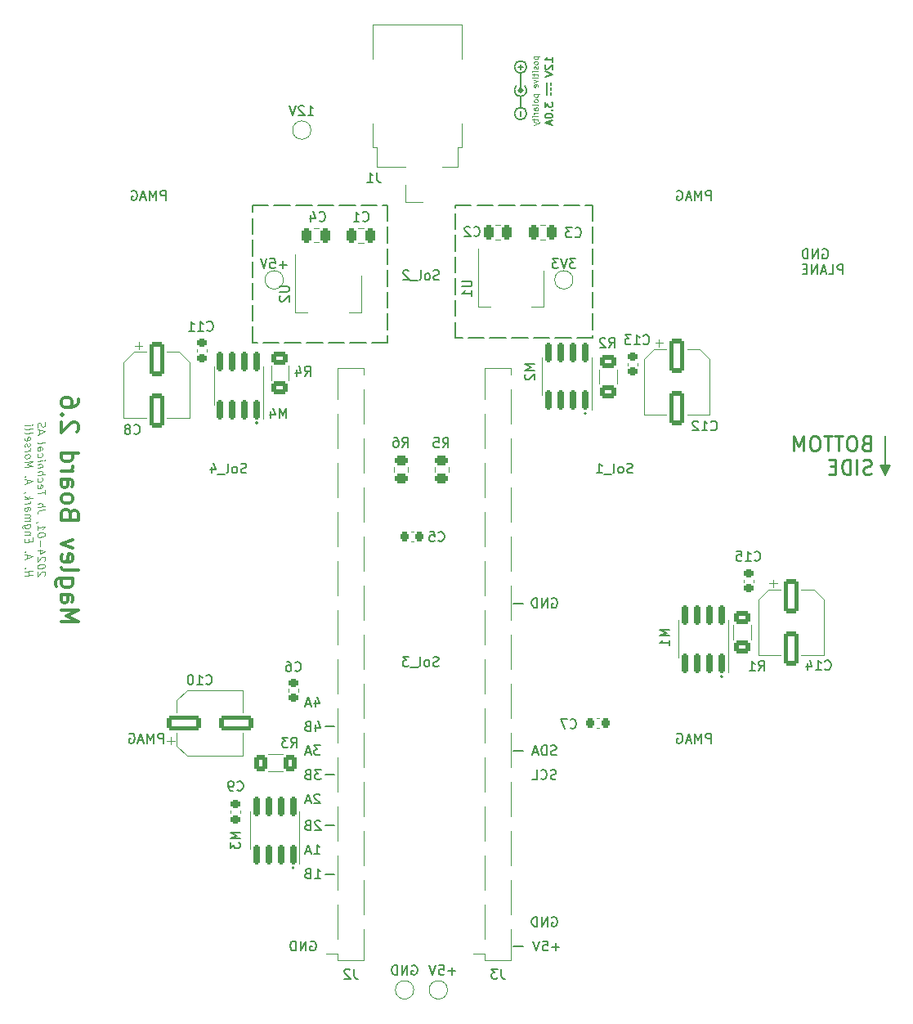
<source format=gbo>
%TF.GenerationSoftware,KiCad,Pcbnew,7.0.9*%
%TF.CreationDate,2024-01-26T12:36:02+01:00*%
%TF.ProjectId,maglev26,6d61676c-6576-4323-962e-6b696361645f,1.0*%
%TF.SameCoordinates,Original*%
%TF.FileFunction,Legend,Bot*%
%TF.FilePolarity,Positive*%
%FSLAX46Y46*%
G04 Gerber Fmt 4.6, Leading zero omitted, Abs format (unit mm)*
G04 Created by KiCad (PCBNEW 7.0.9) date 2024-01-26 12:36:02*
%MOMM*%
%LPD*%
G01*
G04 APERTURE LIST*
G04 Aperture macros list*
%AMRoundRect*
0 Rectangle with rounded corners*
0 $1 Rounding radius*
0 $2 $3 $4 $5 $6 $7 $8 $9 X,Y pos of 4 corners*
0 Add a 4 corners polygon primitive as box body*
4,1,4,$2,$3,$4,$5,$6,$7,$8,$9,$2,$3,0*
0 Add four circle primitives for the rounded corners*
1,1,$1+$1,$2,$3*
1,1,$1+$1,$4,$5*
1,1,$1+$1,$6,$7*
1,1,$1+$1,$8,$9*
0 Add four rect primitives between the rounded corners*
20,1,$1+$1,$2,$3,$4,$5,0*
20,1,$1+$1,$4,$5,$6,$7,0*
20,1,$1+$1,$6,$7,$8,$9,0*
20,1,$1+$1,$8,$9,$2,$3,0*%
G04 Aperture macros list end*
%ADD10C,0.150000*%
%ADD11C,0.202000*%
%ADD12C,0.329000*%
%ADD13C,0.200000*%
%ADD14C,0.250000*%
%ADD15C,0.080000*%
%ADD16C,0.350000*%
%ADD17C,0.100000*%
%ADD18C,0.120000*%
%ADD19C,10.000000*%
%ADD20RoundRect,0.250000X-0.250000X-0.475000X0.250000X-0.475000X0.250000X0.475000X-0.250000X0.475000X0*%
%ADD21RoundRect,0.250000X-0.450000X0.262500X-0.450000X-0.262500X0.450000X-0.262500X0.450000X0.262500X0*%
%ADD22RoundRect,0.250000X-0.550000X1.500000X-0.550000X-1.500000X0.550000X-1.500000X0.550000X1.500000X0*%
%ADD23C,1.500000*%
%ADD24C,3.200000*%
%ADD25RoundRect,0.250000X-0.625000X0.400000X-0.625000X-0.400000X0.625000X-0.400000X0.625000X0.400000X0*%
%ADD26RoundRect,0.225000X-0.225000X-0.250000X0.225000X-0.250000X0.225000X0.250000X-0.225000X0.250000X0*%
%ADD27RoundRect,0.150000X0.150000X-0.825000X0.150000X0.825000X-0.150000X0.825000X-0.150000X-0.825000X0*%
%ADD28R,3.300000X2.410000*%
%ADD29RoundRect,0.225000X0.225000X0.250000X-0.225000X0.250000X-0.225000X-0.250000X0.225000X-0.250000X0*%
%ADD30R,1.500000X2.000000*%
%ADD31R,3.800000X2.000000*%
%ADD32RoundRect,0.250000X-1.500000X-0.550000X1.500000X-0.550000X1.500000X0.550000X-1.500000X0.550000X0*%
%ADD33R,1.900000X1.000000*%
%ADD34RoundRect,0.250000X0.250000X0.475000X-0.250000X0.475000X-0.250000X-0.475000X0.250000X-0.475000X0*%
%ADD35C,2.000000*%
%ADD36R,3.300000X4.400000*%
%ADD37R,3.900000X6.200000*%
%ADD38RoundRect,0.225000X-0.250000X0.225000X-0.250000X-0.225000X0.250000X-0.225000X0.250000X0.225000X0*%
%ADD39RoundRect,0.250000X0.450000X-0.262500X0.450000X0.262500X-0.450000X0.262500X-0.450000X-0.262500X0*%
%ADD40RoundRect,0.250000X0.400000X0.625000X-0.400000X0.625000X-0.400000X-0.625000X0.400000X-0.625000X0*%
G04 APERTURE END LIST*
D10*
X156514800Y-55245000D02*
X156514800Y-54102000D01*
D11*
X129285400Y-90297000D02*
G75*
G03*
X129285400Y-90297000I-101000J0D01*
G01*
D10*
X156065787Y-55430987D02*
G75*
G03*
X156963813Y-55430987I449013J-449013D01*
G01*
X137250000Y-132000000D02*
X136250000Y-132000000D01*
D12*
X156679300Y-55880000D02*
G75*
G03*
X156679300Y-55880000I-164500J0D01*
G01*
D10*
X159639000Y-55626000D02*
X159639000Y-55880000D01*
X194310000Y-95758000D02*
X193802000Y-94742000D01*
X194818000Y-94742000D01*
X194310000Y-95758000D01*
G36*
X194310000Y-95758000D02*
G01*
X193802000Y-94742000D01*
X194818000Y-94742000D01*
X194310000Y-95758000D01*
G37*
X137250000Y-137000000D02*
X136250000Y-137000000D01*
X194310000Y-95758000D02*
X194310000Y-91694000D01*
X157149800Y-58293000D02*
G75*
G03*
X157149800Y-58293000I-635000J0D01*
G01*
X156750000Y-124250000D02*
X155750000Y-124250000D01*
X128750000Y-67750000D02*
X130400000Y-67750000D01*
X131000000Y-67750000D02*
X132650000Y-67750000D01*
X133250000Y-67750000D02*
X134900000Y-67750000D01*
X135500000Y-67750000D02*
X137150000Y-67750000D01*
X137750000Y-67750000D02*
X139400000Y-67750000D01*
X140000000Y-67750000D02*
X141650000Y-67750000D01*
X142250000Y-67750000D02*
X142750000Y-67750000D01*
X142750000Y-67750000D02*
X142750000Y-69400000D01*
X142750000Y-70000000D02*
X142750000Y-71650000D01*
X142750000Y-72250000D02*
X142750000Y-73900000D01*
X142750000Y-74500000D02*
X142750000Y-76150000D01*
X142750000Y-76750000D02*
X142750000Y-78400000D01*
X142750000Y-79000000D02*
X142750000Y-80650000D01*
X142750000Y-81250000D02*
X142750000Y-82000000D01*
X142750000Y-82000000D02*
X141100000Y-82000000D01*
X140500000Y-82000000D02*
X138850000Y-82000000D01*
X138250000Y-82000000D02*
X136600000Y-82000000D01*
X136000000Y-82000000D02*
X134350000Y-82000000D01*
X133750000Y-82000000D02*
X132100000Y-82000000D01*
X131500000Y-82000000D02*
X129850000Y-82000000D01*
X129250000Y-82000000D02*
X128750000Y-82000000D01*
X128750000Y-82000000D02*
X128750000Y-80350000D01*
X128750000Y-79750000D02*
X128750000Y-78100000D01*
X128750000Y-77500000D02*
X128750000Y-75850000D01*
X128750000Y-75250000D02*
X128750000Y-73600000D01*
X128750000Y-73000000D02*
X128750000Y-71350000D01*
X128750000Y-70750000D02*
X128750000Y-69100000D01*
X128750000Y-68500000D02*
X128750000Y-67750000D01*
X159258000Y-56388000D02*
X159258000Y-55372000D01*
D11*
X177443800Y-116560600D02*
G75*
G03*
X177443800Y-116560600I-101000J0D01*
G01*
D10*
X159639000Y-55118000D02*
X159639000Y-55372000D01*
X156260800Y-53467000D02*
X156768800Y-53467000D01*
X156514800Y-55245000D02*
X156514800Y-55880000D01*
X156750000Y-144500000D02*
X155750000Y-144500000D01*
X137250000Y-121750000D02*
X136250000Y-121750000D01*
X159258000Y-55372000D02*
X159258000Y-55118000D01*
X156750000Y-109000000D02*
X155750000Y-109000000D01*
X156514800Y-57658000D02*
X156514800Y-56515000D01*
D11*
X163321400Y-89331800D02*
G75*
G03*
X163321400Y-89331800I-101000J0D01*
G01*
D10*
X157149800Y-53467000D02*
G75*
G03*
X157149800Y-53467000I-635000J0D01*
G01*
X156514800Y-53721000D02*
X156514800Y-53213000D01*
X159639000Y-56134000D02*
X159639000Y-56388000D01*
D11*
X133044600Y-136372600D02*
G75*
G03*
X133044600Y-136372600I-101000J0D01*
G01*
D10*
X137250000Y-126750000D02*
X136250000Y-126750000D01*
X156514800Y-58547000D02*
X156514800Y-58039000D01*
X149750000Y-67750000D02*
X151400000Y-67750000D01*
X152000000Y-67750000D02*
X153650000Y-67750000D01*
X154250000Y-67750000D02*
X155900000Y-67750000D01*
X156500000Y-67750000D02*
X158150000Y-67750000D01*
X158750000Y-67750000D02*
X160400000Y-67750000D01*
X161000000Y-67750000D02*
X162650000Y-67750000D01*
X163250000Y-67750000D02*
X164000000Y-67750000D01*
X164000000Y-67750000D02*
X164000000Y-69400000D01*
X164000000Y-70000000D02*
X164000000Y-71650000D01*
X164000000Y-72250000D02*
X164000000Y-73900000D01*
X164000000Y-74500000D02*
X164000000Y-76150000D01*
X164000000Y-76750000D02*
X164000000Y-78400000D01*
X164000000Y-79000000D02*
X164000000Y-80650000D01*
X164000000Y-81250000D02*
X164000000Y-81500000D01*
X164000000Y-81500000D02*
X162350000Y-81500000D01*
X161750000Y-81500000D02*
X160100000Y-81500000D01*
X159500000Y-81500000D02*
X157850000Y-81500000D01*
X157250000Y-81500000D02*
X155600000Y-81500000D01*
X155000000Y-81500000D02*
X153350000Y-81500000D01*
X152750000Y-81500000D02*
X151100000Y-81500000D01*
X150500000Y-81500000D02*
X149750000Y-81500000D01*
X149750000Y-81500000D02*
X149750000Y-79850000D01*
X149750000Y-79250000D02*
X149750000Y-77600000D01*
X149750000Y-77000000D02*
X149750000Y-75350000D01*
X149750000Y-74750000D02*
X149750000Y-73100000D01*
X149750000Y-72500000D02*
X149750000Y-70850000D01*
X149750000Y-70250000D02*
X149750000Y-68600000D01*
X149750000Y-68000000D02*
X149750000Y-67750000D01*
X135761904Y-123704819D02*
X135142857Y-123704819D01*
X135142857Y-123704819D02*
X135476190Y-124085771D01*
X135476190Y-124085771D02*
X135333333Y-124085771D01*
X135333333Y-124085771D02*
X135238095Y-124133390D01*
X135238095Y-124133390D02*
X135190476Y-124181009D01*
X135190476Y-124181009D02*
X135142857Y-124276247D01*
X135142857Y-124276247D02*
X135142857Y-124514342D01*
X135142857Y-124514342D02*
X135190476Y-124609580D01*
X135190476Y-124609580D02*
X135238095Y-124657200D01*
X135238095Y-124657200D02*
X135333333Y-124704819D01*
X135333333Y-124704819D02*
X135619047Y-124704819D01*
X135619047Y-124704819D02*
X135714285Y-124657200D01*
X135714285Y-124657200D02*
X135761904Y-124609580D01*
X134761904Y-124419104D02*
X134285714Y-124419104D01*
X134857142Y-124704819D02*
X134523809Y-123704819D01*
X134523809Y-123704819D02*
X134190476Y-124704819D01*
X135238095Y-119038152D02*
X135238095Y-119704819D01*
X135476190Y-118657200D02*
X135714285Y-119371485D01*
X135714285Y-119371485D02*
X135095238Y-119371485D01*
X134761904Y-119419104D02*
X134285714Y-119419104D01*
X134857142Y-119704819D02*
X134523809Y-118704819D01*
X134523809Y-118704819D02*
X134190476Y-119704819D01*
X135142857Y-134954819D02*
X135714285Y-134954819D01*
X135428571Y-134954819D02*
X135428571Y-133954819D01*
X135428571Y-133954819D02*
X135523809Y-134097676D01*
X135523809Y-134097676D02*
X135619047Y-134192914D01*
X135619047Y-134192914D02*
X135714285Y-134240533D01*
X134761904Y-134669104D02*
X134285714Y-134669104D01*
X134857142Y-134954819D02*
X134523809Y-133954819D01*
X134523809Y-133954819D02*
X134190476Y-134954819D01*
X135214285Y-137454819D02*
X135785713Y-137454819D01*
X135499999Y-137454819D02*
X135499999Y-136454819D01*
X135499999Y-136454819D02*
X135595237Y-136597676D01*
X135595237Y-136597676D02*
X135690475Y-136692914D01*
X135690475Y-136692914D02*
X135785713Y-136740533D01*
X134452380Y-136931009D02*
X134309523Y-136978628D01*
X134309523Y-136978628D02*
X134261904Y-137026247D01*
X134261904Y-137026247D02*
X134214285Y-137121485D01*
X134214285Y-137121485D02*
X134214285Y-137264342D01*
X134214285Y-137264342D02*
X134261904Y-137359580D01*
X134261904Y-137359580D02*
X134309523Y-137407200D01*
X134309523Y-137407200D02*
X134404761Y-137454819D01*
X134404761Y-137454819D02*
X134785713Y-137454819D01*
X134785713Y-137454819D02*
X134785713Y-136454819D01*
X134785713Y-136454819D02*
X134452380Y-136454819D01*
X134452380Y-136454819D02*
X134357142Y-136502438D01*
X134357142Y-136502438D02*
X134309523Y-136550057D01*
X134309523Y-136550057D02*
X134261904Y-136645295D01*
X134261904Y-136645295D02*
X134261904Y-136740533D01*
X134261904Y-136740533D02*
X134309523Y-136835771D01*
X134309523Y-136835771D02*
X134357142Y-136883390D01*
X134357142Y-136883390D02*
X134452380Y-136931009D01*
X134452380Y-136931009D02*
X134785713Y-136931009D01*
X135309523Y-121538152D02*
X135309523Y-122204819D01*
X135547618Y-121157200D02*
X135785713Y-121871485D01*
X135785713Y-121871485D02*
X135166666Y-121871485D01*
X134452380Y-121681009D02*
X134309523Y-121728628D01*
X134309523Y-121728628D02*
X134261904Y-121776247D01*
X134261904Y-121776247D02*
X134214285Y-121871485D01*
X134214285Y-121871485D02*
X134214285Y-122014342D01*
X134214285Y-122014342D02*
X134261904Y-122109580D01*
X134261904Y-122109580D02*
X134309523Y-122157200D01*
X134309523Y-122157200D02*
X134404761Y-122204819D01*
X134404761Y-122204819D02*
X134785713Y-122204819D01*
X134785713Y-122204819D02*
X134785713Y-121204819D01*
X134785713Y-121204819D02*
X134452380Y-121204819D01*
X134452380Y-121204819D02*
X134357142Y-121252438D01*
X134357142Y-121252438D02*
X134309523Y-121300057D01*
X134309523Y-121300057D02*
X134261904Y-121395295D01*
X134261904Y-121395295D02*
X134261904Y-121490533D01*
X134261904Y-121490533D02*
X134309523Y-121585771D01*
X134309523Y-121585771D02*
X134357142Y-121633390D01*
X134357142Y-121633390D02*
X134452380Y-121681009D01*
X134452380Y-121681009D02*
X134785713Y-121681009D01*
D13*
X159835495Y-52938101D02*
X159835495Y-52480958D01*
X159835495Y-52709530D02*
X159035495Y-52709530D01*
X159035495Y-52709530D02*
X159149780Y-52633339D01*
X159149780Y-52633339D02*
X159225971Y-52557149D01*
X159225971Y-52557149D02*
X159264066Y-52480958D01*
X159111685Y-53242863D02*
X159073590Y-53280959D01*
X159073590Y-53280959D02*
X159035495Y-53357149D01*
X159035495Y-53357149D02*
X159035495Y-53547625D01*
X159035495Y-53547625D02*
X159073590Y-53623816D01*
X159073590Y-53623816D02*
X159111685Y-53661911D01*
X159111685Y-53661911D02*
X159187876Y-53700006D01*
X159187876Y-53700006D02*
X159264066Y-53700006D01*
X159264066Y-53700006D02*
X159378352Y-53661911D01*
X159378352Y-53661911D02*
X159835495Y-53204768D01*
X159835495Y-53204768D02*
X159835495Y-53700006D01*
X159035495Y-53928578D02*
X159835495Y-54195245D01*
X159835495Y-54195245D02*
X159035495Y-54461911D01*
X159035495Y-57090483D02*
X159035495Y-57585721D01*
X159035495Y-57585721D02*
X159340257Y-57319055D01*
X159340257Y-57319055D02*
X159340257Y-57433340D01*
X159340257Y-57433340D02*
X159378352Y-57509531D01*
X159378352Y-57509531D02*
X159416447Y-57547626D01*
X159416447Y-57547626D02*
X159492638Y-57585721D01*
X159492638Y-57585721D02*
X159683114Y-57585721D01*
X159683114Y-57585721D02*
X159759304Y-57547626D01*
X159759304Y-57547626D02*
X159797400Y-57509531D01*
X159797400Y-57509531D02*
X159835495Y-57433340D01*
X159835495Y-57433340D02*
X159835495Y-57204769D01*
X159835495Y-57204769D02*
X159797400Y-57128578D01*
X159797400Y-57128578D02*
X159759304Y-57090483D01*
X159759304Y-57928579D02*
X159797400Y-57966674D01*
X159797400Y-57966674D02*
X159835495Y-57928579D01*
X159835495Y-57928579D02*
X159797400Y-57890483D01*
X159797400Y-57890483D02*
X159759304Y-57928579D01*
X159759304Y-57928579D02*
X159835495Y-57928579D01*
X159035495Y-58461912D02*
X159035495Y-58538102D01*
X159035495Y-58538102D02*
X159073590Y-58614293D01*
X159073590Y-58614293D02*
X159111685Y-58652388D01*
X159111685Y-58652388D02*
X159187876Y-58690483D01*
X159187876Y-58690483D02*
X159340257Y-58728578D01*
X159340257Y-58728578D02*
X159530733Y-58728578D01*
X159530733Y-58728578D02*
X159683114Y-58690483D01*
X159683114Y-58690483D02*
X159759304Y-58652388D01*
X159759304Y-58652388D02*
X159797400Y-58614293D01*
X159797400Y-58614293D02*
X159835495Y-58538102D01*
X159835495Y-58538102D02*
X159835495Y-58461912D01*
X159835495Y-58461912D02*
X159797400Y-58385721D01*
X159797400Y-58385721D02*
X159759304Y-58347626D01*
X159759304Y-58347626D02*
X159683114Y-58309531D01*
X159683114Y-58309531D02*
X159530733Y-58271435D01*
X159530733Y-58271435D02*
X159340257Y-58271435D01*
X159340257Y-58271435D02*
X159187876Y-58309531D01*
X159187876Y-58309531D02*
X159111685Y-58347626D01*
X159111685Y-58347626D02*
X159073590Y-58385721D01*
X159073590Y-58385721D02*
X159035495Y-58461912D01*
X159606923Y-59033340D02*
X159606923Y-59414293D01*
X159835495Y-58957150D02*
X159035495Y-59223817D01*
X159035495Y-59223817D02*
X159835495Y-59490483D01*
D10*
X187804398Y-72357438D02*
X187899636Y-72309819D01*
X187899636Y-72309819D02*
X188042493Y-72309819D01*
X188042493Y-72309819D02*
X188185350Y-72357438D01*
X188185350Y-72357438D02*
X188280588Y-72452676D01*
X188280588Y-72452676D02*
X188328207Y-72547914D01*
X188328207Y-72547914D02*
X188375826Y-72738390D01*
X188375826Y-72738390D02*
X188375826Y-72881247D01*
X188375826Y-72881247D02*
X188328207Y-73071723D01*
X188328207Y-73071723D02*
X188280588Y-73166961D01*
X188280588Y-73166961D02*
X188185350Y-73262200D01*
X188185350Y-73262200D02*
X188042493Y-73309819D01*
X188042493Y-73309819D02*
X187947255Y-73309819D01*
X187947255Y-73309819D02*
X187804398Y-73262200D01*
X187804398Y-73262200D02*
X187756779Y-73214580D01*
X187756779Y-73214580D02*
X187756779Y-72881247D01*
X187756779Y-72881247D02*
X187947255Y-72881247D01*
X187328207Y-73309819D02*
X187328207Y-72309819D01*
X187328207Y-72309819D02*
X186756779Y-73309819D01*
X186756779Y-73309819D02*
X186756779Y-72309819D01*
X186280588Y-73309819D02*
X186280588Y-72309819D01*
X186280588Y-72309819D02*
X186042493Y-72309819D01*
X186042493Y-72309819D02*
X185899636Y-72357438D01*
X185899636Y-72357438D02*
X185804398Y-72452676D01*
X185804398Y-72452676D02*
X185756779Y-72547914D01*
X185756779Y-72547914D02*
X185709160Y-72738390D01*
X185709160Y-72738390D02*
X185709160Y-72881247D01*
X185709160Y-72881247D02*
X185756779Y-73071723D01*
X185756779Y-73071723D02*
X185804398Y-73166961D01*
X185804398Y-73166961D02*
X185899636Y-73262200D01*
X185899636Y-73262200D02*
X186042493Y-73309819D01*
X186042493Y-73309819D02*
X186280588Y-73309819D01*
X189899636Y-74919819D02*
X189899636Y-73919819D01*
X189899636Y-73919819D02*
X189518684Y-73919819D01*
X189518684Y-73919819D02*
X189423446Y-73967438D01*
X189423446Y-73967438D02*
X189375827Y-74015057D01*
X189375827Y-74015057D02*
X189328208Y-74110295D01*
X189328208Y-74110295D02*
X189328208Y-74253152D01*
X189328208Y-74253152D02*
X189375827Y-74348390D01*
X189375827Y-74348390D02*
X189423446Y-74396009D01*
X189423446Y-74396009D02*
X189518684Y-74443628D01*
X189518684Y-74443628D02*
X189899636Y-74443628D01*
X188423446Y-74919819D02*
X188899636Y-74919819D01*
X188899636Y-74919819D02*
X188899636Y-73919819D01*
X188137731Y-74634104D02*
X187661541Y-74634104D01*
X188232969Y-74919819D02*
X187899636Y-73919819D01*
X187899636Y-73919819D02*
X187566303Y-74919819D01*
X187232969Y-74919819D02*
X187232969Y-73919819D01*
X187232969Y-73919819D02*
X186661541Y-74919819D01*
X186661541Y-74919819D02*
X186661541Y-73919819D01*
X186185350Y-74396009D02*
X185852017Y-74396009D01*
X185709160Y-74919819D02*
X186185350Y-74919819D01*
X186185350Y-74919819D02*
X186185350Y-73919819D01*
X186185350Y-73919819D02*
X185709160Y-73919819D01*
X160214285Y-124657200D02*
X160071428Y-124704819D01*
X160071428Y-124704819D02*
X159833333Y-124704819D01*
X159833333Y-124704819D02*
X159738095Y-124657200D01*
X159738095Y-124657200D02*
X159690476Y-124609580D01*
X159690476Y-124609580D02*
X159642857Y-124514342D01*
X159642857Y-124514342D02*
X159642857Y-124419104D01*
X159642857Y-124419104D02*
X159690476Y-124323866D01*
X159690476Y-124323866D02*
X159738095Y-124276247D01*
X159738095Y-124276247D02*
X159833333Y-124228628D01*
X159833333Y-124228628D02*
X160023809Y-124181009D01*
X160023809Y-124181009D02*
X160119047Y-124133390D01*
X160119047Y-124133390D02*
X160166666Y-124085771D01*
X160166666Y-124085771D02*
X160214285Y-123990533D01*
X160214285Y-123990533D02*
X160214285Y-123895295D01*
X160214285Y-123895295D02*
X160166666Y-123800057D01*
X160166666Y-123800057D02*
X160119047Y-123752438D01*
X160119047Y-123752438D02*
X160023809Y-123704819D01*
X160023809Y-123704819D02*
X159785714Y-123704819D01*
X159785714Y-123704819D02*
X159642857Y-123752438D01*
X159214285Y-124704819D02*
X159214285Y-123704819D01*
X159214285Y-123704819D02*
X158976190Y-123704819D01*
X158976190Y-123704819D02*
X158833333Y-123752438D01*
X158833333Y-123752438D02*
X158738095Y-123847676D01*
X158738095Y-123847676D02*
X158690476Y-123942914D01*
X158690476Y-123942914D02*
X158642857Y-124133390D01*
X158642857Y-124133390D02*
X158642857Y-124276247D01*
X158642857Y-124276247D02*
X158690476Y-124466723D01*
X158690476Y-124466723D02*
X158738095Y-124561961D01*
X158738095Y-124561961D02*
X158833333Y-124657200D01*
X158833333Y-124657200D02*
X158976190Y-124704819D01*
X158976190Y-124704819D02*
X159214285Y-124704819D01*
X158261904Y-124419104D02*
X157785714Y-124419104D01*
X158357142Y-124704819D02*
X158023809Y-123704819D01*
X158023809Y-123704819D02*
X157690476Y-124704819D01*
X160535713Y-144573866D02*
X159773809Y-144573866D01*
X160154761Y-144954819D02*
X160154761Y-144192914D01*
X158821428Y-143954819D02*
X159297618Y-143954819D01*
X159297618Y-143954819D02*
X159345237Y-144431009D01*
X159345237Y-144431009D02*
X159297618Y-144383390D01*
X159297618Y-144383390D02*
X159202380Y-144335771D01*
X159202380Y-144335771D02*
X158964285Y-144335771D01*
X158964285Y-144335771D02*
X158869047Y-144383390D01*
X158869047Y-144383390D02*
X158821428Y-144431009D01*
X158821428Y-144431009D02*
X158773809Y-144526247D01*
X158773809Y-144526247D02*
X158773809Y-144764342D01*
X158773809Y-144764342D02*
X158821428Y-144859580D01*
X158821428Y-144859580D02*
X158869047Y-144907200D01*
X158869047Y-144907200D02*
X158964285Y-144954819D01*
X158964285Y-144954819D02*
X159202380Y-144954819D01*
X159202380Y-144954819D02*
X159297618Y-144907200D01*
X159297618Y-144907200D02*
X159345237Y-144859580D01*
X158488094Y-143954819D02*
X158154761Y-144954819D01*
X158154761Y-144954819D02*
X157821428Y-143954819D01*
D14*
X192272384Y-92413714D02*
X192058098Y-92485142D01*
X192058098Y-92485142D02*
X191986669Y-92556571D01*
X191986669Y-92556571D02*
X191915241Y-92699428D01*
X191915241Y-92699428D02*
X191915241Y-92913714D01*
X191915241Y-92913714D02*
X191986669Y-93056571D01*
X191986669Y-93056571D02*
X192058098Y-93128000D01*
X192058098Y-93128000D02*
X192200955Y-93199428D01*
X192200955Y-93199428D02*
X192772384Y-93199428D01*
X192772384Y-93199428D02*
X192772384Y-91699428D01*
X192772384Y-91699428D02*
X192272384Y-91699428D01*
X192272384Y-91699428D02*
X192129527Y-91770857D01*
X192129527Y-91770857D02*
X192058098Y-91842285D01*
X192058098Y-91842285D02*
X191986669Y-91985142D01*
X191986669Y-91985142D02*
X191986669Y-92128000D01*
X191986669Y-92128000D02*
X192058098Y-92270857D01*
X192058098Y-92270857D02*
X192129527Y-92342285D01*
X192129527Y-92342285D02*
X192272384Y-92413714D01*
X192272384Y-92413714D02*
X192772384Y-92413714D01*
X190986669Y-91699428D02*
X190700955Y-91699428D01*
X190700955Y-91699428D02*
X190558098Y-91770857D01*
X190558098Y-91770857D02*
X190415241Y-91913714D01*
X190415241Y-91913714D02*
X190343812Y-92199428D01*
X190343812Y-92199428D02*
X190343812Y-92699428D01*
X190343812Y-92699428D02*
X190415241Y-92985142D01*
X190415241Y-92985142D02*
X190558098Y-93128000D01*
X190558098Y-93128000D02*
X190700955Y-93199428D01*
X190700955Y-93199428D02*
X190986669Y-93199428D01*
X190986669Y-93199428D02*
X191129527Y-93128000D01*
X191129527Y-93128000D02*
X191272384Y-92985142D01*
X191272384Y-92985142D02*
X191343812Y-92699428D01*
X191343812Y-92699428D02*
X191343812Y-92199428D01*
X191343812Y-92199428D02*
X191272384Y-91913714D01*
X191272384Y-91913714D02*
X191129527Y-91770857D01*
X191129527Y-91770857D02*
X190986669Y-91699428D01*
X189915240Y-91699428D02*
X189058098Y-91699428D01*
X189486669Y-93199428D02*
X189486669Y-91699428D01*
X188772383Y-91699428D02*
X187915241Y-91699428D01*
X188343812Y-93199428D02*
X188343812Y-91699428D01*
X187129526Y-91699428D02*
X186843812Y-91699428D01*
X186843812Y-91699428D02*
X186700955Y-91770857D01*
X186700955Y-91770857D02*
X186558098Y-91913714D01*
X186558098Y-91913714D02*
X186486669Y-92199428D01*
X186486669Y-92199428D02*
X186486669Y-92699428D01*
X186486669Y-92699428D02*
X186558098Y-92985142D01*
X186558098Y-92985142D02*
X186700955Y-93128000D01*
X186700955Y-93128000D02*
X186843812Y-93199428D01*
X186843812Y-93199428D02*
X187129526Y-93199428D01*
X187129526Y-93199428D02*
X187272384Y-93128000D01*
X187272384Y-93128000D02*
X187415241Y-92985142D01*
X187415241Y-92985142D02*
X187486669Y-92699428D01*
X187486669Y-92699428D02*
X187486669Y-92199428D01*
X187486669Y-92199428D02*
X187415241Y-91913714D01*
X187415241Y-91913714D02*
X187272384Y-91770857D01*
X187272384Y-91770857D02*
X187129526Y-91699428D01*
X185843812Y-93199428D02*
X185843812Y-91699428D01*
X185843812Y-91699428D02*
X185343812Y-92770857D01*
X185343812Y-92770857D02*
X184843812Y-91699428D01*
X184843812Y-91699428D02*
X184843812Y-93199428D01*
X192843812Y-95543000D02*
X192629527Y-95614428D01*
X192629527Y-95614428D02*
X192272384Y-95614428D01*
X192272384Y-95614428D02*
X192129527Y-95543000D01*
X192129527Y-95543000D02*
X192058098Y-95471571D01*
X192058098Y-95471571D02*
X191986669Y-95328714D01*
X191986669Y-95328714D02*
X191986669Y-95185857D01*
X191986669Y-95185857D02*
X192058098Y-95043000D01*
X192058098Y-95043000D02*
X192129527Y-94971571D01*
X192129527Y-94971571D02*
X192272384Y-94900142D01*
X192272384Y-94900142D02*
X192558098Y-94828714D01*
X192558098Y-94828714D02*
X192700955Y-94757285D01*
X192700955Y-94757285D02*
X192772384Y-94685857D01*
X192772384Y-94685857D02*
X192843812Y-94543000D01*
X192843812Y-94543000D02*
X192843812Y-94400142D01*
X192843812Y-94400142D02*
X192772384Y-94257285D01*
X192772384Y-94257285D02*
X192700955Y-94185857D01*
X192700955Y-94185857D02*
X192558098Y-94114428D01*
X192558098Y-94114428D02*
X192200955Y-94114428D01*
X192200955Y-94114428D02*
X191986669Y-94185857D01*
X191343813Y-95614428D02*
X191343813Y-94114428D01*
X190629527Y-95614428D02*
X190629527Y-94114428D01*
X190629527Y-94114428D02*
X190272384Y-94114428D01*
X190272384Y-94114428D02*
X190058098Y-94185857D01*
X190058098Y-94185857D02*
X189915241Y-94328714D01*
X189915241Y-94328714D02*
X189843812Y-94471571D01*
X189843812Y-94471571D02*
X189772384Y-94757285D01*
X189772384Y-94757285D02*
X189772384Y-94971571D01*
X189772384Y-94971571D02*
X189843812Y-95257285D01*
X189843812Y-95257285D02*
X189915241Y-95400142D01*
X189915241Y-95400142D02*
X190058098Y-95543000D01*
X190058098Y-95543000D02*
X190272384Y-95614428D01*
X190272384Y-95614428D02*
X190629527Y-95614428D01*
X189129527Y-94828714D02*
X188629527Y-94828714D01*
X188415241Y-95614428D02*
X189129527Y-95614428D01*
X189129527Y-95614428D02*
X189129527Y-94114428D01*
X189129527Y-94114428D02*
X188415241Y-94114428D01*
D15*
X157912211Y-52365715D02*
X158512211Y-52365715D01*
X157940782Y-52365715D02*
X157912211Y-52422858D01*
X157912211Y-52422858D02*
X157912211Y-52537143D01*
X157912211Y-52537143D02*
X157940782Y-52594286D01*
X157940782Y-52594286D02*
X157969354Y-52622858D01*
X157969354Y-52622858D02*
X158026497Y-52651429D01*
X158026497Y-52651429D02*
X158197925Y-52651429D01*
X158197925Y-52651429D02*
X158255068Y-52622858D01*
X158255068Y-52622858D02*
X158283640Y-52594286D01*
X158283640Y-52594286D02*
X158312211Y-52537143D01*
X158312211Y-52537143D02*
X158312211Y-52422858D01*
X158312211Y-52422858D02*
X158283640Y-52365715D01*
X158312211Y-52994286D02*
X158283640Y-52937143D01*
X158283640Y-52937143D02*
X158255068Y-52908572D01*
X158255068Y-52908572D02*
X158197925Y-52880000D01*
X158197925Y-52880000D02*
X158026497Y-52880000D01*
X158026497Y-52880000D02*
X157969354Y-52908572D01*
X157969354Y-52908572D02*
X157940782Y-52937143D01*
X157940782Y-52937143D02*
X157912211Y-52994286D01*
X157912211Y-52994286D02*
X157912211Y-53080000D01*
X157912211Y-53080000D02*
X157940782Y-53137143D01*
X157940782Y-53137143D02*
X157969354Y-53165715D01*
X157969354Y-53165715D02*
X158026497Y-53194286D01*
X158026497Y-53194286D02*
X158197925Y-53194286D01*
X158197925Y-53194286D02*
X158255068Y-53165715D01*
X158255068Y-53165715D02*
X158283640Y-53137143D01*
X158283640Y-53137143D02*
X158312211Y-53080000D01*
X158312211Y-53080000D02*
X158312211Y-52994286D01*
X158283640Y-53422857D02*
X158312211Y-53480000D01*
X158312211Y-53480000D02*
X158312211Y-53594286D01*
X158312211Y-53594286D02*
X158283640Y-53651429D01*
X158283640Y-53651429D02*
X158226497Y-53680000D01*
X158226497Y-53680000D02*
X158197925Y-53680000D01*
X158197925Y-53680000D02*
X158140782Y-53651429D01*
X158140782Y-53651429D02*
X158112211Y-53594286D01*
X158112211Y-53594286D02*
X158112211Y-53508572D01*
X158112211Y-53508572D02*
X158083640Y-53451429D01*
X158083640Y-53451429D02*
X158026497Y-53422857D01*
X158026497Y-53422857D02*
X157997925Y-53422857D01*
X157997925Y-53422857D02*
X157940782Y-53451429D01*
X157940782Y-53451429D02*
X157912211Y-53508572D01*
X157912211Y-53508572D02*
X157912211Y-53594286D01*
X157912211Y-53594286D02*
X157940782Y-53651429D01*
X158312211Y-53937143D02*
X157912211Y-53937143D01*
X157712211Y-53937143D02*
X157740782Y-53908571D01*
X157740782Y-53908571D02*
X157769354Y-53937143D01*
X157769354Y-53937143D02*
X157740782Y-53965714D01*
X157740782Y-53965714D02*
X157712211Y-53937143D01*
X157712211Y-53937143D02*
X157769354Y-53937143D01*
X157912211Y-54137142D02*
X157912211Y-54365714D01*
X157712211Y-54222857D02*
X158226497Y-54222857D01*
X158226497Y-54222857D02*
X158283640Y-54251428D01*
X158283640Y-54251428D02*
X158312211Y-54308571D01*
X158312211Y-54308571D02*
X158312211Y-54365714D01*
X158312211Y-54565714D02*
X157912211Y-54565714D01*
X157712211Y-54565714D02*
X157740782Y-54537142D01*
X157740782Y-54537142D02*
X157769354Y-54565714D01*
X157769354Y-54565714D02*
X157740782Y-54594285D01*
X157740782Y-54594285D02*
X157712211Y-54565714D01*
X157712211Y-54565714D02*
X157769354Y-54565714D01*
X157912211Y-54794285D02*
X158312211Y-54937142D01*
X158312211Y-54937142D02*
X157912211Y-55079999D01*
X158283640Y-55537142D02*
X158312211Y-55479999D01*
X158312211Y-55479999D02*
X158312211Y-55365714D01*
X158312211Y-55365714D02*
X158283640Y-55308571D01*
X158283640Y-55308571D02*
X158226497Y-55279999D01*
X158226497Y-55279999D02*
X157997925Y-55279999D01*
X157997925Y-55279999D02*
X157940782Y-55308571D01*
X157940782Y-55308571D02*
X157912211Y-55365714D01*
X157912211Y-55365714D02*
X157912211Y-55479999D01*
X157912211Y-55479999D02*
X157940782Y-55537142D01*
X157940782Y-55537142D02*
X157997925Y-55565714D01*
X157997925Y-55565714D02*
X158055068Y-55565714D01*
X158055068Y-55565714D02*
X158112211Y-55279999D01*
X157912211Y-56280000D02*
X158512211Y-56280000D01*
X157940782Y-56280000D02*
X157912211Y-56337143D01*
X157912211Y-56337143D02*
X157912211Y-56451428D01*
X157912211Y-56451428D02*
X157940782Y-56508571D01*
X157940782Y-56508571D02*
X157969354Y-56537143D01*
X157969354Y-56537143D02*
X158026497Y-56565714D01*
X158026497Y-56565714D02*
X158197925Y-56565714D01*
X158197925Y-56565714D02*
X158255068Y-56537143D01*
X158255068Y-56537143D02*
X158283640Y-56508571D01*
X158283640Y-56508571D02*
X158312211Y-56451428D01*
X158312211Y-56451428D02*
X158312211Y-56337143D01*
X158312211Y-56337143D02*
X158283640Y-56280000D01*
X158312211Y-56908571D02*
X158283640Y-56851428D01*
X158283640Y-56851428D02*
X158255068Y-56822857D01*
X158255068Y-56822857D02*
X158197925Y-56794285D01*
X158197925Y-56794285D02*
X158026497Y-56794285D01*
X158026497Y-56794285D02*
X157969354Y-56822857D01*
X157969354Y-56822857D02*
X157940782Y-56851428D01*
X157940782Y-56851428D02*
X157912211Y-56908571D01*
X157912211Y-56908571D02*
X157912211Y-56994285D01*
X157912211Y-56994285D02*
X157940782Y-57051428D01*
X157940782Y-57051428D02*
X157969354Y-57080000D01*
X157969354Y-57080000D02*
X158026497Y-57108571D01*
X158026497Y-57108571D02*
X158197925Y-57108571D01*
X158197925Y-57108571D02*
X158255068Y-57080000D01*
X158255068Y-57080000D02*
X158283640Y-57051428D01*
X158283640Y-57051428D02*
X158312211Y-56994285D01*
X158312211Y-56994285D02*
X158312211Y-56908571D01*
X158312211Y-57451428D02*
X158283640Y-57394285D01*
X158283640Y-57394285D02*
X158226497Y-57365714D01*
X158226497Y-57365714D02*
X157712211Y-57365714D01*
X158312211Y-57937143D02*
X157997925Y-57937143D01*
X157997925Y-57937143D02*
X157940782Y-57908571D01*
X157940782Y-57908571D02*
X157912211Y-57851428D01*
X157912211Y-57851428D02*
X157912211Y-57737143D01*
X157912211Y-57737143D02*
X157940782Y-57680000D01*
X158283640Y-57937143D02*
X158312211Y-57880000D01*
X158312211Y-57880000D02*
X158312211Y-57737143D01*
X158312211Y-57737143D02*
X158283640Y-57680000D01*
X158283640Y-57680000D02*
X158226497Y-57651428D01*
X158226497Y-57651428D02*
X158169354Y-57651428D01*
X158169354Y-57651428D02*
X158112211Y-57680000D01*
X158112211Y-57680000D02*
X158083640Y-57737143D01*
X158083640Y-57737143D02*
X158083640Y-57880000D01*
X158083640Y-57880000D02*
X158055068Y-57937143D01*
X158312211Y-58222857D02*
X157912211Y-58222857D01*
X158026497Y-58222857D02*
X157969354Y-58251428D01*
X157969354Y-58251428D02*
X157940782Y-58280000D01*
X157940782Y-58280000D02*
X157912211Y-58337142D01*
X157912211Y-58337142D02*
X157912211Y-58394285D01*
X158312211Y-58594286D02*
X157912211Y-58594286D01*
X157712211Y-58594286D02*
X157740782Y-58565714D01*
X157740782Y-58565714D02*
X157769354Y-58594286D01*
X157769354Y-58594286D02*
X157740782Y-58622857D01*
X157740782Y-58622857D02*
X157712211Y-58594286D01*
X157712211Y-58594286D02*
X157769354Y-58594286D01*
X157912211Y-58794285D02*
X157912211Y-59022857D01*
X157712211Y-58880000D02*
X158226497Y-58880000D01*
X158226497Y-58880000D02*
X158283640Y-58908571D01*
X158283640Y-58908571D02*
X158312211Y-58965714D01*
X158312211Y-58965714D02*
X158312211Y-59022857D01*
X157912211Y-59165714D02*
X158312211Y-59308571D01*
X157912211Y-59451428D02*
X158312211Y-59308571D01*
X158312211Y-59308571D02*
X158455068Y-59251428D01*
X158455068Y-59251428D02*
X158483640Y-59222857D01*
X158483640Y-59222857D02*
X158512211Y-59165714D01*
D10*
X135714285Y-128800057D02*
X135666666Y-128752438D01*
X135666666Y-128752438D02*
X135571428Y-128704819D01*
X135571428Y-128704819D02*
X135333333Y-128704819D01*
X135333333Y-128704819D02*
X135238095Y-128752438D01*
X135238095Y-128752438D02*
X135190476Y-128800057D01*
X135190476Y-128800057D02*
X135142857Y-128895295D01*
X135142857Y-128895295D02*
X135142857Y-128990533D01*
X135142857Y-128990533D02*
X135190476Y-129133390D01*
X135190476Y-129133390D02*
X135761904Y-129704819D01*
X135761904Y-129704819D02*
X135142857Y-129704819D01*
X134761904Y-129419104D02*
X134285714Y-129419104D01*
X134857142Y-129704819D02*
X134523809Y-128704819D01*
X134523809Y-128704819D02*
X134190476Y-129704819D01*
X135785713Y-131550057D02*
X135738094Y-131502438D01*
X135738094Y-131502438D02*
X135642856Y-131454819D01*
X135642856Y-131454819D02*
X135404761Y-131454819D01*
X135404761Y-131454819D02*
X135309523Y-131502438D01*
X135309523Y-131502438D02*
X135261904Y-131550057D01*
X135261904Y-131550057D02*
X135214285Y-131645295D01*
X135214285Y-131645295D02*
X135214285Y-131740533D01*
X135214285Y-131740533D02*
X135261904Y-131883390D01*
X135261904Y-131883390D02*
X135833332Y-132454819D01*
X135833332Y-132454819D02*
X135214285Y-132454819D01*
X134452380Y-131931009D02*
X134309523Y-131978628D01*
X134309523Y-131978628D02*
X134261904Y-132026247D01*
X134261904Y-132026247D02*
X134214285Y-132121485D01*
X134214285Y-132121485D02*
X134214285Y-132264342D01*
X134214285Y-132264342D02*
X134261904Y-132359580D01*
X134261904Y-132359580D02*
X134309523Y-132407200D01*
X134309523Y-132407200D02*
X134404761Y-132454819D01*
X134404761Y-132454819D02*
X134785713Y-132454819D01*
X134785713Y-132454819D02*
X134785713Y-131454819D01*
X134785713Y-131454819D02*
X134452380Y-131454819D01*
X134452380Y-131454819D02*
X134357142Y-131502438D01*
X134357142Y-131502438D02*
X134309523Y-131550057D01*
X134309523Y-131550057D02*
X134261904Y-131645295D01*
X134261904Y-131645295D02*
X134261904Y-131740533D01*
X134261904Y-131740533D02*
X134309523Y-131835771D01*
X134309523Y-131835771D02*
X134357142Y-131883390D01*
X134357142Y-131883390D02*
X134452380Y-131931009D01*
X134452380Y-131931009D02*
X134785713Y-131931009D01*
D16*
X108913485Y-110885428D02*
X110713485Y-110885428D01*
X110713485Y-110885428D02*
X109427771Y-110285428D01*
X109427771Y-110285428D02*
X110713485Y-109685428D01*
X110713485Y-109685428D02*
X108913485Y-109685428D01*
X108913485Y-108056857D02*
X109856342Y-108056857D01*
X109856342Y-108056857D02*
X110027771Y-108142571D01*
X110027771Y-108142571D02*
X110113485Y-108313999D01*
X110113485Y-108313999D02*
X110113485Y-108656857D01*
X110113485Y-108656857D02*
X110027771Y-108828285D01*
X108999200Y-108056857D02*
X108913485Y-108228285D01*
X108913485Y-108228285D02*
X108913485Y-108656857D01*
X108913485Y-108656857D02*
X108999200Y-108828285D01*
X108999200Y-108828285D02*
X109170628Y-108913999D01*
X109170628Y-108913999D02*
X109342057Y-108913999D01*
X109342057Y-108913999D02*
X109513485Y-108828285D01*
X109513485Y-108828285D02*
X109599200Y-108656857D01*
X109599200Y-108656857D02*
X109599200Y-108228285D01*
X109599200Y-108228285D02*
X109684914Y-108056857D01*
X110113485Y-106428286D02*
X108656342Y-106428286D01*
X108656342Y-106428286D02*
X108484914Y-106514000D01*
X108484914Y-106514000D02*
X108399200Y-106599714D01*
X108399200Y-106599714D02*
X108313485Y-106771143D01*
X108313485Y-106771143D02*
X108313485Y-107028286D01*
X108313485Y-107028286D02*
X108399200Y-107199714D01*
X108999200Y-106428286D02*
X108913485Y-106599714D01*
X108913485Y-106599714D02*
X108913485Y-106942571D01*
X108913485Y-106942571D02*
X108999200Y-107114000D01*
X108999200Y-107114000D02*
X109084914Y-107199714D01*
X109084914Y-107199714D02*
X109256342Y-107285428D01*
X109256342Y-107285428D02*
X109770628Y-107285428D01*
X109770628Y-107285428D02*
X109942057Y-107199714D01*
X109942057Y-107199714D02*
X110027771Y-107114000D01*
X110027771Y-107114000D02*
X110113485Y-106942571D01*
X110113485Y-106942571D02*
X110113485Y-106599714D01*
X110113485Y-106599714D02*
X110027771Y-106428286D01*
X108913485Y-105314000D02*
X108999200Y-105485429D01*
X108999200Y-105485429D02*
X109170628Y-105571143D01*
X109170628Y-105571143D02*
X110713485Y-105571143D01*
X108999200Y-103942572D02*
X108913485Y-104114000D01*
X108913485Y-104114000D02*
X108913485Y-104456858D01*
X108913485Y-104456858D02*
X108999200Y-104628286D01*
X108999200Y-104628286D02*
X109170628Y-104714000D01*
X109170628Y-104714000D02*
X109856342Y-104714000D01*
X109856342Y-104714000D02*
X110027771Y-104628286D01*
X110027771Y-104628286D02*
X110113485Y-104456858D01*
X110113485Y-104456858D02*
X110113485Y-104114000D01*
X110113485Y-104114000D02*
X110027771Y-103942572D01*
X110027771Y-103942572D02*
X109856342Y-103856858D01*
X109856342Y-103856858D02*
X109684914Y-103856858D01*
X109684914Y-103856858D02*
X109513485Y-104714000D01*
X110113485Y-103256858D02*
X108913485Y-102828286D01*
X108913485Y-102828286D02*
X110113485Y-102399715D01*
X109856342Y-99742571D02*
X109770628Y-99485428D01*
X109770628Y-99485428D02*
X109684914Y-99399714D01*
X109684914Y-99399714D02*
X109513485Y-99314000D01*
X109513485Y-99314000D02*
X109256342Y-99314000D01*
X109256342Y-99314000D02*
X109084914Y-99399714D01*
X109084914Y-99399714D02*
X108999200Y-99485428D01*
X108999200Y-99485428D02*
X108913485Y-99656857D01*
X108913485Y-99656857D02*
X108913485Y-100342571D01*
X108913485Y-100342571D02*
X110713485Y-100342571D01*
X110713485Y-100342571D02*
X110713485Y-99742571D01*
X110713485Y-99742571D02*
X110627771Y-99571143D01*
X110627771Y-99571143D02*
X110542057Y-99485428D01*
X110542057Y-99485428D02*
X110370628Y-99399714D01*
X110370628Y-99399714D02*
X110199200Y-99399714D01*
X110199200Y-99399714D02*
X110027771Y-99485428D01*
X110027771Y-99485428D02*
X109942057Y-99571143D01*
X109942057Y-99571143D02*
X109856342Y-99742571D01*
X109856342Y-99742571D02*
X109856342Y-100342571D01*
X108913485Y-98285428D02*
X108999200Y-98456857D01*
X108999200Y-98456857D02*
X109084914Y-98542571D01*
X109084914Y-98542571D02*
X109256342Y-98628285D01*
X109256342Y-98628285D02*
X109770628Y-98628285D01*
X109770628Y-98628285D02*
X109942057Y-98542571D01*
X109942057Y-98542571D02*
X110027771Y-98456857D01*
X110027771Y-98456857D02*
X110113485Y-98285428D01*
X110113485Y-98285428D02*
X110113485Y-98028285D01*
X110113485Y-98028285D02*
X110027771Y-97856857D01*
X110027771Y-97856857D02*
X109942057Y-97771143D01*
X109942057Y-97771143D02*
X109770628Y-97685428D01*
X109770628Y-97685428D02*
X109256342Y-97685428D01*
X109256342Y-97685428D02*
X109084914Y-97771143D01*
X109084914Y-97771143D02*
X108999200Y-97856857D01*
X108999200Y-97856857D02*
X108913485Y-98028285D01*
X108913485Y-98028285D02*
X108913485Y-98285428D01*
X108913485Y-96142572D02*
X109856342Y-96142572D01*
X109856342Y-96142572D02*
X110027771Y-96228286D01*
X110027771Y-96228286D02*
X110113485Y-96399714D01*
X110113485Y-96399714D02*
X110113485Y-96742572D01*
X110113485Y-96742572D02*
X110027771Y-96914000D01*
X108999200Y-96142572D02*
X108913485Y-96314000D01*
X108913485Y-96314000D02*
X108913485Y-96742572D01*
X108913485Y-96742572D02*
X108999200Y-96914000D01*
X108999200Y-96914000D02*
X109170628Y-96999714D01*
X109170628Y-96999714D02*
X109342057Y-96999714D01*
X109342057Y-96999714D02*
X109513485Y-96914000D01*
X109513485Y-96914000D02*
X109599200Y-96742572D01*
X109599200Y-96742572D02*
X109599200Y-96314000D01*
X109599200Y-96314000D02*
X109684914Y-96142572D01*
X108913485Y-95285429D02*
X110113485Y-95285429D01*
X109770628Y-95285429D02*
X109942057Y-95199715D01*
X109942057Y-95199715D02*
X110027771Y-95114001D01*
X110027771Y-95114001D02*
X110113485Y-94942572D01*
X110113485Y-94942572D02*
X110113485Y-94771143D01*
X108913485Y-93399715D02*
X110713485Y-93399715D01*
X108999200Y-93399715D02*
X108913485Y-93571143D01*
X108913485Y-93571143D02*
X108913485Y-93914000D01*
X108913485Y-93914000D02*
X108999200Y-94085429D01*
X108999200Y-94085429D02*
X109084914Y-94171143D01*
X109084914Y-94171143D02*
X109256342Y-94256857D01*
X109256342Y-94256857D02*
X109770628Y-94256857D01*
X109770628Y-94256857D02*
X109942057Y-94171143D01*
X109942057Y-94171143D02*
X110027771Y-94085429D01*
X110027771Y-94085429D02*
X110113485Y-93914000D01*
X110113485Y-93914000D02*
X110113485Y-93571143D01*
X110113485Y-93571143D02*
X110027771Y-93399715D01*
X110542057Y-91256857D02*
X110627771Y-91171143D01*
X110627771Y-91171143D02*
X110713485Y-90999715D01*
X110713485Y-90999715D02*
X110713485Y-90571143D01*
X110713485Y-90571143D02*
X110627771Y-90399715D01*
X110627771Y-90399715D02*
X110542057Y-90314000D01*
X110542057Y-90314000D02*
X110370628Y-90228286D01*
X110370628Y-90228286D02*
X110199200Y-90228286D01*
X110199200Y-90228286D02*
X109942057Y-90314000D01*
X109942057Y-90314000D02*
X108913485Y-91342572D01*
X108913485Y-91342572D02*
X108913485Y-90228286D01*
X109084914Y-89456857D02*
X108999200Y-89371143D01*
X108999200Y-89371143D02*
X108913485Y-89456857D01*
X108913485Y-89456857D02*
X108999200Y-89542571D01*
X108999200Y-89542571D02*
X109084914Y-89456857D01*
X109084914Y-89456857D02*
X108913485Y-89456857D01*
X110713485Y-87828286D02*
X110713485Y-88171143D01*
X110713485Y-88171143D02*
X110627771Y-88342571D01*
X110627771Y-88342571D02*
X110542057Y-88428286D01*
X110542057Y-88428286D02*
X110284914Y-88599714D01*
X110284914Y-88599714D02*
X109942057Y-88685428D01*
X109942057Y-88685428D02*
X109256342Y-88685428D01*
X109256342Y-88685428D02*
X109084914Y-88599714D01*
X109084914Y-88599714D02*
X108999200Y-88514000D01*
X108999200Y-88514000D02*
X108913485Y-88342571D01*
X108913485Y-88342571D02*
X108913485Y-87999714D01*
X108913485Y-87999714D02*
X108999200Y-87828286D01*
X108999200Y-87828286D02*
X109084914Y-87742571D01*
X109084914Y-87742571D02*
X109256342Y-87656857D01*
X109256342Y-87656857D02*
X109684914Y-87656857D01*
X109684914Y-87656857D02*
X109856342Y-87742571D01*
X109856342Y-87742571D02*
X109942057Y-87828286D01*
X109942057Y-87828286D02*
X110027771Y-87999714D01*
X110027771Y-87999714D02*
X110027771Y-88342571D01*
X110027771Y-88342571D02*
X109942057Y-88514000D01*
X109942057Y-88514000D02*
X109856342Y-88599714D01*
X109856342Y-88599714D02*
X109684914Y-88685428D01*
D10*
X159761904Y-108502438D02*
X159857142Y-108454819D01*
X159857142Y-108454819D02*
X159999999Y-108454819D01*
X159999999Y-108454819D02*
X160142856Y-108502438D01*
X160142856Y-108502438D02*
X160238094Y-108597676D01*
X160238094Y-108597676D02*
X160285713Y-108692914D01*
X160285713Y-108692914D02*
X160333332Y-108883390D01*
X160333332Y-108883390D02*
X160333332Y-109026247D01*
X160333332Y-109026247D02*
X160285713Y-109216723D01*
X160285713Y-109216723D02*
X160238094Y-109311961D01*
X160238094Y-109311961D02*
X160142856Y-109407200D01*
X160142856Y-109407200D02*
X159999999Y-109454819D01*
X159999999Y-109454819D02*
X159904761Y-109454819D01*
X159904761Y-109454819D02*
X159761904Y-109407200D01*
X159761904Y-109407200D02*
X159714285Y-109359580D01*
X159714285Y-109359580D02*
X159714285Y-109026247D01*
X159714285Y-109026247D02*
X159904761Y-109026247D01*
X159285713Y-109454819D02*
X159285713Y-108454819D01*
X159285713Y-108454819D02*
X158714285Y-109454819D01*
X158714285Y-109454819D02*
X158714285Y-108454819D01*
X158238094Y-109454819D02*
X158238094Y-108454819D01*
X158238094Y-108454819D02*
X157999999Y-108454819D01*
X157999999Y-108454819D02*
X157857142Y-108502438D01*
X157857142Y-108502438D02*
X157761904Y-108597676D01*
X157761904Y-108597676D02*
X157714285Y-108692914D01*
X157714285Y-108692914D02*
X157666666Y-108883390D01*
X157666666Y-108883390D02*
X157666666Y-109026247D01*
X157666666Y-109026247D02*
X157714285Y-109216723D01*
X157714285Y-109216723D02*
X157761904Y-109311961D01*
X157761904Y-109311961D02*
X157857142Y-109407200D01*
X157857142Y-109407200D02*
X157999999Y-109454819D01*
X157999999Y-109454819D02*
X158238094Y-109454819D01*
X134761904Y-144002438D02*
X134857142Y-143954819D01*
X134857142Y-143954819D02*
X134999999Y-143954819D01*
X134999999Y-143954819D02*
X135142856Y-144002438D01*
X135142856Y-144002438D02*
X135238094Y-144097676D01*
X135238094Y-144097676D02*
X135285713Y-144192914D01*
X135285713Y-144192914D02*
X135333332Y-144383390D01*
X135333332Y-144383390D02*
X135333332Y-144526247D01*
X135333332Y-144526247D02*
X135285713Y-144716723D01*
X135285713Y-144716723D02*
X135238094Y-144811961D01*
X135238094Y-144811961D02*
X135142856Y-144907200D01*
X135142856Y-144907200D02*
X134999999Y-144954819D01*
X134999999Y-144954819D02*
X134904761Y-144954819D01*
X134904761Y-144954819D02*
X134761904Y-144907200D01*
X134761904Y-144907200D02*
X134714285Y-144859580D01*
X134714285Y-144859580D02*
X134714285Y-144526247D01*
X134714285Y-144526247D02*
X134904761Y-144526247D01*
X134285713Y-144954819D02*
X134285713Y-143954819D01*
X134285713Y-143954819D02*
X133714285Y-144954819D01*
X133714285Y-144954819D02*
X133714285Y-143954819D01*
X133238094Y-144954819D02*
X133238094Y-143954819D01*
X133238094Y-143954819D02*
X132999999Y-143954819D01*
X132999999Y-143954819D02*
X132857142Y-144002438D01*
X132857142Y-144002438D02*
X132761904Y-144097676D01*
X132761904Y-144097676D02*
X132714285Y-144192914D01*
X132714285Y-144192914D02*
X132666666Y-144383390D01*
X132666666Y-144383390D02*
X132666666Y-144526247D01*
X132666666Y-144526247D02*
X132714285Y-144716723D01*
X132714285Y-144716723D02*
X132761904Y-144811961D01*
X132761904Y-144811961D02*
X132857142Y-144907200D01*
X132857142Y-144907200D02*
X132999999Y-144954819D01*
X132999999Y-144954819D02*
X133238094Y-144954819D01*
X159761904Y-141502438D02*
X159857142Y-141454819D01*
X159857142Y-141454819D02*
X159999999Y-141454819D01*
X159999999Y-141454819D02*
X160142856Y-141502438D01*
X160142856Y-141502438D02*
X160238094Y-141597676D01*
X160238094Y-141597676D02*
X160285713Y-141692914D01*
X160285713Y-141692914D02*
X160333332Y-141883390D01*
X160333332Y-141883390D02*
X160333332Y-142026247D01*
X160333332Y-142026247D02*
X160285713Y-142216723D01*
X160285713Y-142216723D02*
X160238094Y-142311961D01*
X160238094Y-142311961D02*
X160142856Y-142407200D01*
X160142856Y-142407200D02*
X159999999Y-142454819D01*
X159999999Y-142454819D02*
X159904761Y-142454819D01*
X159904761Y-142454819D02*
X159761904Y-142407200D01*
X159761904Y-142407200D02*
X159714285Y-142359580D01*
X159714285Y-142359580D02*
X159714285Y-142026247D01*
X159714285Y-142026247D02*
X159904761Y-142026247D01*
X159285713Y-142454819D02*
X159285713Y-141454819D01*
X159285713Y-141454819D02*
X158714285Y-142454819D01*
X158714285Y-142454819D02*
X158714285Y-141454819D01*
X158238094Y-142454819D02*
X158238094Y-141454819D01*
X158238094Y-141454819D02*
X157999999Y-141454819D01*
X157999999Y-141454819D02*
X157857142Y-141502438D01*
X157857142Y-141502438D02*
X157761904Y-141597676D01*
X157761904Y-141597676D02*
X157714285Y-141692914D01*
X157714285Y-141692914D02*
X157666666Y-141883390D01*
X157666666Y-141883390D02*
X157666666Y-142026247D01*
X157666666Y-142026247D02*
X157714285Y-142216723D01*
X157714285Y-142216723D02*
X157761904Y-142311961D01*
X157761904Y-142311961D02*
X157857142Y-142407200D01*
X157857142Y-142407200D02*
X157999999Y-142454819D01*
X157999999Y-142454819D02*
X158238094Y-142454819D01*
D17*
X107174914Y-106122115D02*
X107213009Y-106079258D01*
X107213009Y-106079258D02*
X107251104Y-105998306D01*
X107251104Y-105998306D02*
X107251104Y-105807830D01*
X107251104Y-105807830D02*
X107213009Y-105736401D01*
X107213009Y-105736401D02*
X107174914Y-105703068D01*
X107174914Y-105703068D02*
X107098723Y-105674496D01*
X107098723Y-105674496D02*
X107022533Y-105684020D01*
X107022533Y-105684020D02*
X106908247Y-105736401D01*
X106908247Y-105736401D02*
X106451104Y-106250687D01*
X106451104Y-106250687D02*
X106451104Y-105755449D01*
X107251104Y-105160210D02*
X107251104Y-105084020D01*
X107251104Y-105084020D02*
X107213009Y-105012591D01*
X107213009Y-105012591D02*
X107174914Y-104979258D01*
X107174914Y-104979258D02*
X107098723Y-104950686D01*
X107098723Y-104950686D02*
X106946342Y-104931639D01*
X106946342Y-104931639D02*
X106755866Y-104955448D01*
X106755866Y-104955448D02*
X106603485Y-105012591D01*
X106603485Y-105012591D02*
X106527295Y-105060210D01*
X106527295Y-105060210D02*
X106489200Y-105103067D01*
X106489200Y-105103067D02*
X106451104Y-105184020D01*
X106451104Y-105184020D02*
X106451104Y-105260210D01*
X106451104Y-105260210D02*
X106489200Y-105331639D01*
X106489200Y-105331639D02*
X106527295Y-105364972D01*
X106527295Y-105364972D02*
X106603485Y-105393544D01*
X106603485Y-105393544D02*
X106755866Y-105412591D01*
X106755866Y-105412591D02*
X106946342Y-105388782D01*
X106946342Y-105388782D02*
X107098723Y-105331639D01*
X107098723Y-105331639D02*
X107174914Y-105284020D01*
X107174914Y-105284020D02*
X107213009Y-105241163D01*
X107213009Y-105241163D02*
X107251104Y-105160210D01*
X107174914Y-104598305D02*
X107213009Y-104555448D01*
X107213009Y-104555448D02*
X107251104Y-104474496D01*
X107251104Y-104474496D02*
X107251104Y-104284020D01*
X107251104Y-104284020D02*
X107213009Y-104212591D01*
X107213009Y-104212591D02*
X107174914Y-104179258D01*
X107174914Y-104179258D02*
X107098723Y-104150686D01*
X107098723Y-104150686D02*
X107022533Y-104160210D01*
X107022533Y-104160210D02*
X106908247Y-104212591D01*
X106908247Y-104212591D02*
X106451104Y-104726877D01*
X106451104Y-104726877D02*
X106451104Y-104231639D01*
X106984438Y-103479257D02*
X106451104Y-103545924D01*
X107289200Y-103631638D02*
X106717771Y-103893543D01*
X106717771Y-103893543D02*
X106717771Y-103398305D01*
X106755866Y-103088781D02*
X106755866Y-102479257D01*
X107251104Y-101884019D02*
X107251104Y-101807829D01*
X107251104Y-101807829D02*
X107213009Y-101736400D01*
X107213009Y-101736400D02*
X107174914Y-101703067D01*
X107174914Y-101703067D02*
X107098723Y-101674495D01*
X107098723Y-101674495D02*
X106946342Y-101655448D01*
X106946342Y-101655448D02*
X106755866Y-101679257D01*
X106755866Y-101679257D02*
X106603485Y-101736400D01*
X106603485Y-101736400D02*
X106527295Y-101784019D01*
X106527295Y-101784019D02*
X106489200Y-101826876D01*
X106489200Y-101826876D02*
X106451104Y-101907829D01*
X106451104Y-101907829D02*
X106451104Y-101984019D01*
X106451104Y-101984019D02*
X106489200Y-102055448D01*
X106489200Y-102055448D02*
X106527295Y-102088781D01*
X106527295Y-102088781D02*
X106603485Y-102117353D01*
X106603485Y-102117353D02*
X106755866Y-102136400D01*
X106755866Y-102136400D02*
X106946342Y-102112591D01*
X106946342Y-102112591D02*
X107098723Y-102055448D01*
X107098723Y-102055448D02*
X107174914Y-102007829D01*
X107174914Y-102007829D02*
X107213009Y-101964972D01*
X107213009Y-101964972D02*
X107251104Y-101884019D01*
X106451104Y-100955448D02*
X106451104Y-101412590D01*
X106451104Y-101184019D02*
X107251104Y-101084019D01*
X107251104Y-101084019D02*
X107136819Y-101174495D01*
X107136819Y-101174495D02*
X107060628Y-101260210D01*
X107060628Y-101260210D02*
X107022533Y-101341162D01*
X106489200Y-100569733D02*
X106451104Y-100574495D01*
X106451104Y-100574495D02*
X106374914Y-100622114D01*
X106374914Y-100622114D02*
X106336819Y-100664971D01*
X107251104Y-99293543D02*
X106679676Y-99364971D01*
X106679676Y-99364971D02*
X106565390Y-99417352D01*
X106565390Y-99417352D02*
X106489200Y-99503067D01*
X106489200Y-99503067D02*
X106451104Y-99622114D01*
X106451104Y-99622114D02*
X106451104Y-99698305D01*
X106451104Y-99012590D02*
X107251104Y-98912590D01*
X106451104Y-98669733D02*
X106870152Y-98617352D01*
X106870152Y-98617352D02*
X106946342Y-98645924D01*
X106946342Y-98645924D02*
X106984438Y-98717352D01*
X106984438Y-98717352D02*
X106984438Y-98831638D01*
X106984438Y-98831638D02*
X106946342Y-98912590D01*
X106946342Y-98912590D02*
X106908247Y-98955447D01*
X107251104Y-97693542D02*
X107251104Y-97236399D01*
X106451104Y-97564971D02*
X107251104Y-97464971D01*
X106489200Y-96760208D02*
X106451104Y-96841161D01*
X106451104Y-96841161D02*
X106451104Y-96993542D01*
X106451104Y-96993542D02*
X106489200Y-97064970D01*
X106489200Y-97064970D02*
X106565390Y-97093542D01*
X106565390Y-97093542D02*
X106870152Y-97055447D01*
X106870152Y-97055447D02*
X106946342Y-97007827D01*
X106946342Y-97007827D02*
X106984438Y-96926875D01*
X106984438Y-96926875D02*
X106984438Y-96774494D01*
X106984438Y-96774494D02*
X106946342Y-96703066D01*
X106946342Y-96703066D02*
X106870152Y-96674494D01*
X106870152Y-96674494D02*
X106793961Y-96684018D01*
X106793961Y-96684018D02*
X106717771Y-97074494D01*
X106489200Y-96036399D02*
X106451104Y-96117352D01*
X106451104Y-96117352D02*
X106451104Y-96269733D01*
X106451104Y-96269733D02*
X106489200Y-96341161D01*
X106489200Y-96341161D02*
X106527295Y-96374494D01*
X106527295Y-96374494D02*
X106603485Y-96403066D01*
X106603485Y-96403066D02*
X106832057Y-96374494D01*
X106832057Y-96374494D02*
X106908247Y-96326875D01*
X106908247Y-96326875D02*
X106946342Y-96284018D01*
X106946342Y-96284018D02*
X106984438Y-96203066D01*
X106984438Y-96203066D02*
X106984438Y-96050685D01*
X106984438Y-96050685D02*
X106946342Y-95979256D01*
X106451104Y-95698304D02*
X107251104Y-95598304D01*
X106451104Y-95355447D02*
X106870152Y-95303066D01*
X106870152Y-95303066D02*
X106946342Y-95331638D01*
X106946342Y-95331638D02*
X106984438Y-95403066D01*
X106984438Y-95403066D02*
X106984438Y-95517352D01*
X106984438Y-95517352D02*
X106946342Y-95598304D01*
X106946342Y-95598304D02*
X106908247Y-95641161D01*
X106984438Y-94907828D02*
X106451104Y-94974494D01*
X106908247Y-94917351D02*
X106946342Y-94874494D01*
X106946342Y-94874494D02*
X106984438Y-94793542D01*
X106984438Y-94793542D02*
X106984438Y-94679256D01*
X106984438Y-94679256D02*
X106946342Y-94607828D01*
X106946342Y-94607828D02*
X106870152Y-94579256D01*
X106870152Y-94579256D02*
X106451104Y-94631637D01*
X106451104Y-94250684D02*
X106984438Y-94184018D01*
X107251104Y-94150684D02*
X107213009Y-94193541D01*
X107213009Y-94193541D02*
X107174914Y-94160208D01*
X107174914Y-94160208D02*
X107213009Y-94117351D01*
X107213009Y-94117351D02*
X107251104Y-94150684D01*
X107251104Y-94150684D02*
X107174914Y-94160208D01*
X106489200Y-93522113D02*
X106451104Y-93603066D01*
X106451104Y-93603066D02*
X106451104Y-93755447D01*
X106451104Y-93755447D02*
X106489200Y-93826875D01*
X106489200Y-93826875D02*
X106527295Y-93860208D01*
X106527295Y-93860208D02*
X106603485Y-93888780D01*
X106603485Y-93888780D02*
X106832057Y-93860208D01*
X106832057Y-93860208D02*
X106908247Y-93812589D01*
X106908247Y-93812589D02*
X106946342Y-93769732D01*
X106946342Y-93769732D02*
X106984438Y-93688780D01*
X106984438Y-93688780D02*
X106984438Y-93536399D01*
X106984438Y-93536399D02*
X106946342Y-93464970D01*
X106451104Y-92841161D02*
X106870152Y-92788780D01*
X106870152Y-92788780D02*
X106946342Y-92817352D01*
X106946342Y-92817352D02*
X106984438Y-92888780D01*
X106984438Y-92888780D02*
X106984438Y-93041161D01*
X106984438Y-93041161D02*
X106946342Y-93122113D01*
X106489200Y-92836399D02*
X106451104Y-92917352D01*
X106451104Y-92917352D02*
X106451104Y-93107828D01*
X106451104Y-93107828D02*
X106489200Y-93179256D01*
X106489200Y-93179256D02*
X106565390Y-93207828D01*
X106565390Y-93207828D02*
X106641580Y-93198304D01*
X106641580Y-93198304D02*
X106717771Y-93150685D01*
X106717771Y-93150685D02*
X106755866Y-93069733D01*
X106755866Y-93069733D02*
X106755866Y-92879256D01*
X106755866Y-92879256D02*
X106793961Y-92798304D01*
X106451104Y-92345923D02*
X106489200Y-92417351D01*
X106489200Y-92417351D02*
X106565390Y-92445923D01*
X106565390Y-92445923D02*
X107251104Y-92360208D01*
X106679676Y-91441160D02*
X106679676Y-91060208D01*
X106451104Y-91545922D02*
X107251104Y-91179255D01*
X107251104Y-91179255D02*
X106451104Y-91012589D01*
X106489200Y-90779256D02*
X106451104Y-90669732D01*
X106451104Y-90669732D02*
X106451104Y-90479256D01*
X106451104Y-90479256D02*
X106489200Y-90398303D01*
X106489200Y-90398303D02*
X106527295Y-90355446D01*
X106527295Y-90355446D02*
X106603485Y-90307827D01*
X106603485Y-90307827D02*
X106679676Y-90298303D01*
X106679676Y-90298303D02*
X106755866Y-90326875D01*
X106755866Y-90326875D02*
X106793961Y-90360208D01*
X106793961Y-90360208D02*
X106832057Y-90431637D01*
X106832057Y-90431637D02*
X106870152Y-90579256D01*
X106870152Y-90579256D02*
X106908247Y-90650684D01*
X106908247Y-90650684D02*
X106946342Y-90684017D01*
X106946342Y-90684017D02*
X107022533Y-90712589D01*
X107022533Y-90712589D02*
X107098723Y-90703065D01*
X107098723Y-90703065D02*
X107174914Y-90655446D01*
X107174914Y-90655446D02*
X107213009Y-90612589D01*
X107213009Y-90612589D02*
X107251104Y-90531637D01*
X107251104Y-90531637D02*
X107251104Y-90341160D01*
X107251104Y-90341160D02*
X107213009Y-90231637D01*
X105163104Y-106174496D02*
X105963104Y-106074496D01*
X105582152Y-106122115D02*
X105582152Y-105664972D01*
X105163104Y-105717353D02*
X105963104Y-105617353D01*
X105239295Y-105326877D02*
X105201200Y-105293544D01*
X105201200Y-105293544D02*
X105163104Y-105336401D01*
X105163104Y-105336401D02*
X105201200Y-105369735D01*
X105201200Y-105369735D02*
X105239295Y-105326877D01*
X105239295Y-105326877D02*
X105163104Y-105336401D01*
X105391676Y-104355449D02*
X105391676Y-103974497D01*
X105163104Y-104460211D02*
X105963104Y-104093544D01*
X105963104Y-104093544D02*
X105163104Y-103926878D01*
X105239295Y-103650687D02*
X105201200Y-103617354D01*
X105201200Y-103617354D02*
X105163104Y-103660211D01*
X105163104Y-103660211D02*
X105201200Y-103693545D01*
X105201200Y-103693545D02*
X105239295Y-103650687D01*
X105239295Y-103650687D02*
X105163104Y-103660211D01*
X105582152Y-102617354D02*
X105582152Y-102350688D01*
X105163104Y-102288783D02*
X105163104Y-102669735D01*
X105163104Y-102669735D02*
X105963104Y-102569735D01*
X105963104Y-102569735D02*
X105963104Y-102188783D01*
X105696438Y-101879259D02*
X105163104Y-101945925D01*
X105620247Y-101888782D02*
X105658342Y-101845925D01*
X105658342Y-101845925D02*
X105696438Y-101764973D01*
X105696438Y-101764973D02*
X105696438Y-101650687D01*
X105696438Y-101650687D02*
X105658342Y-101579259D01*
X105658342Y-101579259D02*
X105582152Y-101550687D01*
X105582152Y-101550687D02*
X105163104Y-101603068D01*
X105696438Y-100812591D02*
X105048819Y-100893544D01*
X105048819Y-100893544D02*
X104972628Y-100941163D01*
X104972628Y-100941163D02*
X104934533Y-100984020D01*
X104934533Y-100984020D02*
X104896438Y-101064972D01*
X104896438Y-101064972D02*
X104896438Y-101179258D01*
X104896438Y-101179258D02*
X104934533Y-101250687D01*
X105201200Y-100874496D02*
X105163104Y-100955449D01*
X105163104Y-100955449D02*
X105163104Y-101107830D01*
X105163104Y-101107830D02*
X105201200Y-101179258D01*
X105201200Y-101179258D02*
X105239295Y-101212591D01*
X105239295Y-101212591D02*
X105315485Y-101241163D01*
X105315485Y-101241163D02*
X105544057Y-101212591D01*
X105544057Y-101212591D02*
X105620247Y-101164972D01*
X105620247Y-101164972D02*
X105658342Y-101122115D01*
X105658342Y-101122115D02*
X105696438Y-101041163D01*
X105696438Y-101041163D02*
X105696438Y-100888782D01*
X105696438Y-100888782D02*
X105658342Y-100817353D01*
X105163104Y-100498305D02*
X105696438Y-100431639D01*
X105620247Y-100441162D02*
X105658342Y-100398305D01*
X105658342Y-100398305D02*
X105696438Y-100317353D01*
X105696438Y-100317353D02*
X105696438Y-100203067D01*
X105696438Y-100203067D02*
X105658342Y-100131639D01*
X105658342Y-100131639D02*
X105582152Y-100103067D01*
X105582152Y-100103067D02*
X105163104Y-100155448D01*
X105582152Y-100103067D02*
X105658342Y-100055448D01*
X105658342Y-100055448D02*
X105696438Y-99974496D01*
X105696438Y-99974496D02*
X105696438Y-99860210D01*
X105696438Y-99860210D02*
X105658342Y-99788781D01*
X105658342Y-99788781D02*
X105582152Y-99760210D01*
X105582152Y-99760210D02*
X105163104Y-99812591D01*
X105163104Y-99088781D02*
X105582152Y-99036400D01*
X105582152Y-99036400D02*
X105658342Y-99064972D01*
X105658342Y-99064972D02*
X105696438Y-99136400D01*
X105696438Y-99136400D02*
X105696438Y-99288781D01*
X105696438Y-99288781D02*
X105658342Y-99369733D01*
X105201200Y-99084019D02*
X105163104Y-99164972D01*
X105163104Y-99164972D02*
X105163104Y-99355448D01*
X105163104Y-99355448D02*
X105201200Y-99426876D01*
X105201200Y-99426876D02*
X105277390Y-99455448D01*
X105277390Y-99455448D02*
X105353580Y-99445924D01*
X105353580Y-99445924D02*
X105429771Y-99398305D01*
X105429771Y-99398305D02*
X105467866Y-99317353D01*
X105467866Y-99317353D02*
X105467866Y-99126876D01*
X105467866Y-99126876D02*
X105505961Y-99045924D01*
X105163104Y-98707828D02*
X105696438Y-98641162D01*
X105544057Y-98660209D02*
X105620247Y-98612590D01*
X105620247Y-98612590D02*
X105658342Y-98569733D01*
X105658342Y-98569733D02*
X105696438Y-98488781D01*
X105696438Y-98488781D02*
X105696438Y-98412590D01*
X105163104Y-98212590D02*
X105963104Y-98112590D01*
X105467866Y-98098305D02*
X105163104Y-97907828D01*
X105696438Y-97841162D02*
X105391676Y-98184019D01*
X105201200Y-97522114D02*
X105163104Y-97526876D01*
X105163104Y-97526876D02*
X105086914Y-97574495D01*
X105086914Y-97574495D02*
X105048819Y-97617352D01*
X105391676Y-96584019D02*
X105391676Y-96203067D01*
X105163104Y-96688781D02*
X105963104Y-96322114D01*
X105963104Y-96322114D02*
X105163104Y-96155448D01*
X105239295Y-95879257D02*
X105201200Y-95845924D01*
X105201200Y-95845924D02*
X105163104Y-95888781D01*
X105163104Y-95888781D02*
X105201200Y-95922115D01*
X105201200Y-95922115D02*
X105239295Y-95879257D01*
X105239295Y-95879257D02*
X105163104Y-95888781D01*
X105163104Y-94898305D02*
X105963104Y-94798305D01*
X105963104Y-94798305D02*
X105391676Y-94603067D01*
X105391676Y-94603067D02*
X105963104Y-94264972D01*
X105963104Y-94264972D02*
X105163104Y-94364972D01*
X105163104Y-93869734D02*
X105201200Y-93941162D01*
X105201200Y-93941162D02*
X105239295Y-93974495D01*
X105239295Y-93974495D02*
X105315485Y-94003067D01*
X105315485Y-94003067D02*
X105544057Y-93974495D01*
X105544057Y-93974495D02*
X105620247Y-93926876D01*
X105620247Y-93926876D02*
X105658342Y-93884019D01*
X105658342Y-93884019D02*
X105696438Y-93803067D01*
X105696438Y-93803067D02*
X105696438Y-93688781D01*
X105696438Y-93688781D02*
X105658342Y-93617353D01*
X105658342Y-93617353D02*
X105620247Y-93584019D01*
X105620247Y-93584019D02*
X105544057Y-93555448D01*
X105544057Y-93555448D02*
X105315485Y-93584019D01*
X105315485Y-93584019D02*
X105239295Y-93631638D01*
X105239295Y-93631638D02*
X105201200Y-93674495D01*
X105201200Y-93674495D02*
X105163104Y-93755448D01*
X105163104Y-93755448D02*
X105163104Y-93869734D01*
X105163104Y-93260209D02*
X105696438Y-93193543D01*
X105544057Y-93212590D02*
X105620247Y-93164971D01*
X105620247Y-93164971D02*
X105658342Y-93122114D01*
X105658342Y-93122114D02*
X105696438Y-93041162D01*
X105696438Y-93041162D02*
X105696438Y-92964971D01*
X105201200Y-92798305D02*
X105163104Y-92726876D01*
X105163104Y-92726876D02*
X105163104Y-92574495D01*
X105163104Y-92574495D02*
X105201200Y-92493543D01*
X105201200Y-92493543D02*
X105277390Y-92445924D01*
X105277390Y-92445924D02*
X105315485Y-92441162D01*
X105315485Y-92441162D02*
X105391676Y-92469733D01*
X105391676Y-92469733D02*
X105429771Y-92541162D01*
X105429771Y-92541162D02*
X105429771Y-92655447D01*
X105429771Y-92655447D02*
X105467866Y-92726876D01*
X105467866Y-92726876D02*
X105544057Y-92755447D01*
X105544057Y-92755447D02*
X105582152Y-92750686D01*
X105582152Y-92750686D02*
X105658342Y-92703066D01*
X105658342Y-92703066D02*
X105696438Y-92622114D01*
X105696438Y-92622114D02*
X105696438Y-92507828D01*
X105696438Y-92507828D02*
X105658342Y-92436400D01*
X105201200Y-91807828D02*
X105163104Y-91888781D01*
X105163104Y-91888781D02*
X105163104Y-92041162D01*
X105163104Y-92041162D02*
X105201200Y-92112590D01*
X105201200Y-92112590D02*
X105277390Y-92141162D01*
X105277390Y-92141162D02*
X105582152Y-92103067D01*
X105582152Y-92103067D02*
X105658342Y-92055447D01*
X105658342Y-92055447D02*
X105696438Y-91974495D01*
X105696438Y-91974495D02*
X105696438Y-91822114D01*
X105696438Y-91822114D02*
X105658342Y-91750686D01*
X105658342Y-91750686D02*
X105582152Y-91722114D01*
X105582152Y-91722114D02*
X105505961Y-91731638D01*
X105505961Y-91731638D02*
X105429771Y-92122114D01*
X105163104Y-91317353D02*
X105201200Y-91388781D01*
X105201200Y-91388781D02*
X105277390Y-91417353D01*
X105277390Y-91417353D02*
X105963104Y-91331638D01*
X105163104Y-90898305D02*
X105201200Y-90969733D01*
X105201200Y-90969733D02*
X105277390Y-90998305D01*
X105277390Y-90998305D02*
X105963104Y-90912590D01*
X105163104Y-90593542D02*
X105696438Y-90526876D01*
X105963104Y-90493542D02*
X105925009Y-90536399D01*
X105925009Y-90536399D02*
X105886914Y-90503066D01*
X105886914Y-90503066D02*
X105925009Y-90460209D01*
X105925009Y-90460209D02*
X105963104Y-90493542D01*
X105963104Y-90493542D02*
X105886914Y-90503066D01*
D10*
X160190475Y-127157200D02*
X160047618Y-127204819D01*
X160047618Y-127204819D02*
X159809523Y-127204819D01*
X159809523Y-127204819D02*
X159714285Y-127157200D01*
X159714285Y-127157200D02*
X159666666Y-127109580D01*
X159666666Y-127109580D02*
X159619047Y-127014342D01*
X159619047Y-127014342D02*
X159619047Y-126919104D01*
X159619047Y-126919104D02*
X159666666Y-126823866D01*
X159666666Y-126823866D02*
X159714285Y-126776247D01*
X159714285Y-126776247D02*
X159809523Y-126728628D01*
X159809523Y-126728628D02*
X159999999Y-126681009D01*
X159999999Y-126681009D02*
X160095237Y-126633390D01*
X160095237Y-126633390D02*
X160142856Y-126585771D01*
X160142856Y-126585771D02*
X160190475Y-126490533D01*
X160190475Y-126490533D02*
X160190475Y-126395295D01*
X160190475Y-126395295D02*
X160142856Y-126300057D01*
X160142856Y-126300057D02*
X160095237Y-126252438D01*
X160095237Y-126252438D02*
X159999999Y-126204819D01*
X159999999Y-126204819D02*
X159761904Y-126204819D01*
X159761904Y-126204819D02*
X159619047Y-126252438D01*
X158619047Y-127109580D02*
X158666666Y-127157200D01*
X158666666Y-127157200D02*
X158809523Y-127204819D01*
X158809523Y-127204819D02*
X158904761Y-127204819D01*
X158904761Y-127204819D02*
X159047618Y-127157200D01*
X159047618Y-127157200D02*
X159142856Y-127061961D01*
X159142856Y-127061961D02*
X159190475Y-126966723D01*
X159190475Y-126966723D02*
X159238094Y-126776247D01*
X159238094Y-126776247D02*
X159238094Y-126633390D01*
X159238094Y-126633390D02*
X159190475Y-126442914D01*
X159190475Y-126442914D02*
X159142856Y-126347676D01*
X159142856Y-126347676D02*
X159047618Y-126252438D01*
X159047618Y-126252438D02*
X158904761Y-126204819D01*
X158904761Y-126204819D02*
X158809523Y-126204819D01*
X158809523Y-126204819D02*
X158666666Y-126252438D01*
X158666666Y-126252438D02*
X158619047Y-126300057D01*
X157714285Y-127204819D02*
X158190475Y-127204819D01*
X158190475Y-127204819D02*
X158190475Y-126204819D01*
X135833332Y-126204819D02*
X135214285Y-126204819D01*
X135214285Y-126204819D02*
X135547618Y-126585771D01*
X135547618Y-126585771D02*
X135404761Y-126585771D01*
X135404761Y-126585771D02*
X135309523Y-126633390D01*
X135309523Y-126633390D02*
X135261904Y-126681009D01*
X135261904Y-126681009D02*
X135214285Y-126776247D01*
X135214285Y-126776247D02*
X135214285Y-127014342D01*
X135214285Y-127014342D02*
X135261904Y-127109580D01*
X135261904Y-127109580D02*
X135309523Y-127157200D01*
X135309523Y-127157200D02*
X135404761Y-127204819D01*
X135404761Y-127204819D02*
X135690475Y-127204819D01*
X135690475Y-127204819D02*
X135785713Y-127157200D01*
X135785713Y-127157200D02*
X135833332Y-127109580D01*
X134452380Y-126681009D02*
X134309523Y-126728628D01*
X134309523Y-126728628D02*
X134261904Y-126776247D01*
X134261904Y-126776247D02*
X134214285Y-126871485D01*
X134214285Y-126871485D02*
X134214285Y-127014342D01*
X134214285Y-127014342D02*
X134261904Y-127109580D01*
X134261904Y-127109580D02*
X134309523Y-127157200D01*
X134309523Y-127157200D02*
X134404761Y-127204819D01*
X134404761Y-127204819D02*
X134785713Y-127204819D01*
X134785713Y-127204819D02*
X134785713Y-126204819D01*
X134785713Y-126204819D02*
X134452380Y-126204819D01*
X134452380Y-126204819D02*
X134357142Y-126252438D01*
X134357142Y-126252438D02*
X134309523Y-126300057D01*
X134309523Y-126300057D02*
X134261904Y-126395295D01*
X134261904Y-126395295D02*
X134261904Y-126490533D01*
X134261904Y-126490533D02*
X134309523Y-126585771D01*
X134309523Y-126585771D02*
X134357142Y-126633390D01*
X134357142Y-126633390D02*
X134452380Y-126681009D01*
X134452380Y-126681009D02*
X134785713Y-126681009D01*
X140166666Y-69359580D02*
X140214285Y-69407200D01*
X140214285Y-69407200D02*
X140357142Y-69454819D01*
X140357142Y-69454819D02*
X140452380Y-69454819D01*
X140452380Y-69454819D02*
X140595237Y-69407200D01*
X140595237Y-69407200D02*
X140690475Y-69311961D01*
X140690475Y-69311961D02*
X140738094Y-69216723D01*
X140738094Y-69216723D02*
X140785713Y-69026247D01*
X140785713Y-69026247D02*
X140785713Y-68883390D01*
X140785713Y-68883390D02*
X140738094Y-68692914D01*
X140738094Y-68692914D02*
X140690475Y-68597676D01*
X140690475Y-68597676D02*
X140595237Y-68502438D01*
X140595237Y-68502438D02*
X140452380Y-68454819D01*
X140452380Y-68454819D02*
X140357142Y-68454819D01*
X140357142Y-68454819D02*
X140214285Y-68502438D01*
X140214285Y-68502438D02*
X140166666Y-68550057D01*
X139214285Y-69454819D02*
X139785713Y-69454819D01*
X139499999Y-69454819D02*
X139499999Y-68454819D01*
X139499999Y-68454819D02*
X139595237Y-68597676D01*
X139595237Y-68597676D02*
X139690475Y-68692914D01*
X139690475Y-68692914D02*
X139785713Y-68740533D01*
X148453066Y-92858619D02*
X148786399Y-92382428D01*
X149024494Y-92858619D02*
X149024494Y-91858619D01*
X149024494Y-91858619D02*
X148643542Y-91858619D01*
X148643542Y-91858619D02*
X148548304Y-91906238D01*
X148548304Y-91906238D02*
X148500685Y-91953857D01*
X148500685Y-91953857D02*
X148453066Y-92049095D01*
X148453066Y-92049095D02*
X148453066Y-92191952D01*
X148453066Y-92191952D02*
X148500685Y-92287190D01*
X148500685Y-92287190D02*
X148548304Y-92334809D01*
X148548304Y-92334809D02*
X148643542Y-92382428D01*
X148643542Y-92382428D02*
X149024494Y-92382428D01*
X147548304Y-91858619D02*
X148024494Y-91858619D01*
X148024494Y-91858619D02*
X148072113Y-92334809D01*
X148072113Y-92334809D02*
X148024494Y-92287190D01*
X148024494Y-92287190D02*
X147929256Y-92239571D01*
X147929256Y-92239571D02*
X147691161Y-92239571D01*
X147691161Y-92239571D02*
X147595923Y-92287190D01*
X147595923Y-92287190D02*
X147548304Y-92334809D01*
X147548304Y-92334809D02*
X147500685Y-92430047D01*
X147500685Y-92430047D02*
X147500685Y-92668142D01*
X147500685Y-92668142D02*
X147548304Y-92763380D01*
X147548304Y-92763380D02*
X147595923Y-92811000D01*
X147595923Y-92811000D02*
X147691161Y-92858619D01*
X147691161Y-92858619D02*
X147929256Y-92858619D01*
X147929256Y-92858619D02*
X148024494Y-92811000D01*
X148024494Y-92811000D02*
X148072113Y-92763380D01*
X176242857Y-90999980D02*
X176290476Y-91047600D01*
X176290476Y-91047600D02*
X176433333Y-91095219D01*
X176433333Y-91095219D02*
X176528571Y-91095219D01*
X176528571Y-91095219D02*
X176671428Y-91047600D01*
X176671428Y-91047600D02*
X176766666Y-90952361D01*
X176766666Y-90952361D02*
X176814285Y-90857123D01*
X176814285Y-90857123D02*
X176861904Y-90666647D01*
X176861904Y-90666647D02*
X176861904Y-90523790D01*
X176861904Y-90523790D02*
X176814285Y-90333314D01*
X176814285Y-90333314D02*
X176766666Y-90238076D01*
X176766666Y-90238076D02*
X176671428Y-90142838D01*
X176671428Y-90142838D02*
X176528571Y-90095219D01*
X176528571Y-90095219D02*
X176433333Y-90095219D01*
X176433333Y-90095219D02*
X176290476Y-90142838D01*
X176290476Y-90142838D02*
X176242857Y-90190457D01*
X175290476Y-91095219D02*
X175861904Y-91095219D01*
X175576190Y-91095219D02*
X175576190Y-90095219D01*
X175576190Y-90095219D02*
X175671428Y-90238076D01*
X175671428Y-90238076D02*
X175766666Y-90333314D01*
X175766666Y-90333314D02*
X175861904Y-90380933D01*
X174909523Y-90190457D02*
X174861904Y-90142838D01*
X174861904Y-90142838D02*
X174766666Y-90095219D01*
X174766666Y-90095219D02*
X174528571Y-90095219D01*
X174528571Y-90095219D02*
X174433333Y-90142838D01*
X174433333Y-90142838D02*
X174385714Y-90190457D01*
X174385714Y-90190457D02*
X174338095Y-90285695D01*
X174338095Y-90285695D02*
X174338095Y-90380933D01*
X174338095Y-90380933D02*
X174385714Y-90523790D01*
X174385714Y-90523790D02*
X174957142Y-91095219D01*
X174957142Y-91095219D02*
X174338095Y-91095219D01*
X145261904Y-146502438D02*
X145357142Y-146454819D01*
X145357142Y-146454819D02*
X145499999Y-146454819D01*
X145499999Y-146454819D02*
X145642856Y-146502438D01*
X145642856Y-146502438D02*
X145738094Y-146597676D01*
X145738094Y-146597676D02*
X145785713Y-146692914D01*
X145785713Y-146692914D02*
X145833332Y-146883390D01*
X145833332Y-146883390D02*
X145833332Y-147026247D01*
X145833332Y-147026247D02*
X145785713Y-147216723D01*
X145785713Y-147216723D02*
X145738094Y-147311961D01*
X145738094Y-147311961D02*
X145642856Y-147407200D01*
X145642856Y-147407200D02*
X145499999Y-147454819D01*
X145499999Y-147454819D02*
X145404761Y-147454819D01*
X145404761Y-147454819D02*
X145261904Y-147407200D01*
X145261904Y-147407200D02*
X145214285Y-147359580D01*
X145214285Y-147359580D02*
X145214285Y-147026247D01*
X145214285Y-147026247D02*
X145404761Y-147026247D01*
X144785713Y-147454819D02*
X144785713Y-146454819D01*
X144785713Y-146454819D02*
X144214285Y-147454819D01*
X144214285Y-147454819D02*
X144214285Y-146454819D01*
X143738094Y-147454819D02*
X143738094Y-146454819D01*
X143738094Y-146454819D02*
X143499999Y-146454819D01*
X143499999Y-146454819D02*
X143357142Y-146502438D01*
X143357142Y-146502438D02*
X143261904Y-146597676D01*
X143261904Y-146597676D02*
X143214285Y-146692914D01*
X143214285Y-146692914D02*
X143166666Y-146883390D01*
X143166666Y-146883390D02*
X143166666Y-147026247D01*
X143166666Y-147026247D02*
X143214285Y-147216723D01*
X143214285Y-147216723D02*
X143261904Y-147311961D01*
X143261904Y-147311961D02*
X143357142Y-147407200D01*
X143357142Y-147407200D02*
X143499999Y-147454819D01*
X143499999Y-147454819D02*
X143738094Y-147454819D01*
X181166666Y-115954819D02*
X181499999Y-115478628D01*
X181738094Y-115954819D02*
X181738094Y-114954819D01*
X181738094Y-114954819D02*
X181357142Y-114954819D01*
X181357142Y-114954819D02*
X181261904Y-115002438D01*
X181261904Y-115002438D02*
X181214285Y-115050057D01*
X181214285Y-115050057D02*
X181166666Y-115145295D01*
X181166666Y-115145295D02*
X181166666Y-115288152D01*
X181166666Y-115288152D02*
X181214285Y-115383390D01*
X181214285Y-115383390D02*
X181261904Y-115431009D01*
X181261904Y-115431009D02*
X181357142Y-115478628D01*
X181357142Y-115478628D02*
X181738094Y-115478628D01*
X180214285Y-115954819D02*
X180785713Y-115954819D01*
X180499999Y-115954819D02*
X180499999Y-114954819D01*
X180499999Y-114954819D02*
X180595237Y-115097676D01*
X180595237Y-115097676D02*
X180690475Y-115192914D01*
X180690475Y-115192914D02*
X180785713Y-115240533D01*
X161659866Y-121873180D02*
X161707485Y-121920800D01*
X161707485Y-121920800D02*
X161850342Y-121968419D01*
X161850342Y-121968419D02*
X161945580Y-121968419D01*
X161945580Y-121968419D02*
X162088437Y-121920800D01*
X162088437Y-121920800D02*
X162183675Y-121825561D01*
X162183675Y-121825561D02*
X162231294Y-121730323D01*
X162231294Y-121730323D02*
X162278913Y-121539847D01*
X162278913Y-121539847D02*
X162278913Y-121396990D01*
X162278913Y-121396990D02*
X162231294Y-121206514D01*
X162231294Y-121206514D02*
X162183675Y-121111276D01*
X162183675Y-121111276D02*
X162088437Y-121016038D01*
X162088437Y-121016038D02*
X161945580Y-120968419D01*
X161945580Y-120968419D02*
X161850342Y-120968419D01*
X161850342Y-120968419D02*
X161707485Y-121016038D01*
X161707485Y-121016038D02*
X161659866Y-121063657D01*
X161326532Y-120968419D02*
X160659866Y-120968419D01*
X160659866Y-120968419D02*
X161088437Y-121968419D01*
X128107142Y-95457200D02*
X127964285Y-95504819D01*
X127964285Y-95504819D02*
X127726190Y-95504819D01*
X127726190Y-95504819D02*
X127630952Y-95457200D01*
X127630952Y-95457200D02*
X127583333Y-95409580D01*
X127583333Y-95409580D02*
X127535714Y-95314342D01*
X127535714Y-95314342D02*
X127535714Y-95219104D01*
X127535714Y-95219104D02*
X127583333Y-95123866D01*
X127583333Y-95123866D02*
X127630952Y-95076247D01*
X127630952Y-95076247D02*
X127726190Y-95028628D01*
X127726190Y-95028628D02*
X127916666Y-94981009D01*
X127916666Y-94981009D02*
X128011904Y-94933390D01*
X128011904Y-94933390D02*
X128059523Y-94885771D01*
X128059523Y-94885771D02*
X128107142Y-94790533D01*
X128107142Y-94790533D02*
X128107142Y-94695295D01*
X128107142Y-94695295D02*
X128059523Y-94600057D01*
X128059523Y-94600057D02*
X128011904Y-94552438D01*
X128011904Y-94552438D02*
X127916666Y-94504819D01*
X127916666Y-94504819D02*
X127678571Y-94504819D01*
X127678571Y-94504819D02*
X127535714Y-94552438D01*
X126964285Y-95504819D02*
X127059523Y-95457200D01*
X127059523Y-95457200D02*
X127107142Y-95409580D01*
X127107142Y-95409580D02*
X127154761Y-95314342D01*
X127154761Y-95314342D02*
X127154761Y-95028628D01*
X127154761Y-95028628D02*
X127107142Y-94933390D01*
X127107142Y-94933390D02*
X127059523Y-94885771D01*
X127059523Y-94885771D02*
X126964285Y-94838152D01*
X126964285Y-94838152D02*
X126821428Y-94838152D01*
X126821428Y-94838152D02*
X126726190Y-94885771D01*
X126726190Y-94885771D02*
X126678571Y-94933390D01*
X126678571Y-94933390D02*
X126630952Y-95028628D01*
X126630952Y-95028628D02*
X126630952Y-95314342D01*
X126630952Y-95314342D02*
X126678571Y-95409580D01*
X126678571Y-95409580D02*
X126726190Y-95457200D01*
X126726190Y-95457200D02*
X126821428Y-95504819D01*
X126821428Y-95504819D02*
X126964285Y-95504819D01*
X126059523Y-95504819D02*
X126154761Y-95457200D01*
X126154761Y-95457200D02*
X126202380Y-95361961D01*
X126202380Y-95361961D02*
X126202380Y-94504819D01*
X125916666Y-95600057D02*
X125154761Y-95600057D01*
X124488094Y-94838152D02*
X124488094Y-95504819D01*
X124726189Y-94457200D02*
X124964284Y-95171485D01*
X124964284Y-95171485D02*
X124345237Y-95171485D01*
X135666666Y-69359580D02*
X135714285Y-69407200D01*
X135714285Y-69407200D02*
X135857142Y-69454819D01*
X135857142Y-69454819D02*
X135952380Y-69454819D01*
X135952380Y-69454819D02*
X136095237Y-69407200D01*
X136095237Y-69407200D02*
X136190475Y-69311961D01*
X136190475Y-69311961D02*
X136238094Y-69216723D01*
X136238094Y-69216723D02*
X136285713Y-69026247D01*
X136285713Y-69026247D02*
X136285713Y-68883390D01*
X136285713Y-68883390D02*
X136238094Y-68692914D01*
X136238094Y-68692914D02*
X136190475Y-68597676D01*
X136190475Y-68597676D02*
X136095237Y-68502438D01*
X136095237Y-68502438D02*
X135952380Y-68454819D01*
X135952380Y-68454819D02*
X135857142Y-68454819D01*
X135857142Y-68454819D02*
X135714285Y-68502438D01*
X135714285Y-68502438D02*
X135666666Y-68550057D01*
X134809523Y-68788152D02*
X134809523Y-69454819D01*
X135047618Y-68407200D02*
X135285713Y-69121485D01*
X135285713Y-69121485D02*
X134666666Y-69121485D01*
X127454819Y-132690476D02*
X126454819Y-132690476D01*
X126454819Y-132690476D02*
X127169104Y-133023809D01*
X127169104Y-133023809D02*
X126454819Y-133357142D01*
X126454819Y-133357142D02*
X127454819Y-133357142D01*
X126454819Y-133738095D02*
X126454819Y-134357142D01*
X126454819Y-134357142D02*
X126835771Y-134023809D01*
X126835771Y-134023809D02*
X126835771Y-134166666D01*
X126835771Y-134166666D02*
X126883390Y-134261904D01*
X126883390Y-134261904D02*
X126931009Y-134309523D01*
X126931009Y-134309523D02*
X127026247Y-134357142D01*
X127026247Y-134357142D02*
X127264342Y-134357142D01*
X127264342Y-134357142D02*
X127359580Y-134309523D01*
X127359580Y-134309523D02*
X127407200Y-134261904D01*
X127407200Y-134261904D02*
X127454819Y-134166666D01*
X127454819Y-134166666D02*
X127454819Y-133880952D01*
X127454819Y-133880952D02*
X127407200Y-133785714D01*
X127407200Y-133785714D02*
X127359580Y-133738095D01*
X132209523Y-89795219D02*
X132209523Y-88795219D01*
X132209523Y-88795219D02*
X131876190Y-89509504D01*
X131876190Y-89509504D02*
X131542857Y-88795219D01*
X131542857Y-88795219D02*
X131542857Y-89795219D01*
X130638095Y-89128552D02*
X130638095Y-89795219D01*
X130876190Y-88747600D02*
X131114285Y-89461885D01*
X131114285Y-89461885D02*
X130495238Y-89461885D01*
X132285713Y-73925866D02*
X131523809Y-73925866D01*
X131904761Y-74306819D02*
X131904761Y-73544914D01*
X130571428Y-73306819D02*
X131047618Y-73306819D01*
X131047618Y-73306819D02*
X131095237Y-73783009D01*
X131095237Y-73783009D02*
X131047618Y-73735390D01*
X131047618Y-73735390D02*
X130952380Y-73687771D01*
X130952380Y-73687771D02*
X130714285Y-73687771D01*
X130714285Y-73687771D02*
X130619047Y-73735390D01*
X130619047Y-73735390D02*
X130571428Y-73783009D01*
X130571428Y-73783009D02*
X130523809Y-73878247D01*
X130523809Y-73878247D02*
X130523809Y-74116342D01*
X130523809Y-74116342D02*
X130571428Y-74211580D01*
X130571428Y-74211580D02*
X130619047Y-74259200D01*
X130619047Y-74259200D02*
X130714285Y-74306819D01*
X130714285Y-74306819D02*
X130952380Y-74306819D01*
X130952380Y-74306819D02*
X131047618Y-74259200D01*
X131047618Y-74259200D02*
X131095237Y-74211580D01*
X130238094Y-73306819D02*
X129904761Y-74306819D01*
X129904761Y-74306819D02*
X129571428Y-73306819D01*
X147994666Y-102467580D02*
X148042285Y-102515200D01*
X148042285Y-102515200D02*
X148185142Y-102562819D01*
X148185142Y-102562819D02*
X148280380Y-102562819D01*
X148280380Y-102562819D02*
X148423237Y-102515200D01*
X148423237Y-102515200D02*
X148518475Y-102419961D01*
X148518475Y-102419961D02*
X148566094Y-102324723D01*
X148566094Y-102324723D02*
X148613713Y-102134247D01*
X148613713Y-102134247D02*
X148613713Y-101991390D01*
X148613713Y-101991390D02*
X148566094Y-101800914D01*
X148566094Y-101800914D02*
X148518475Y-101705676D01*
X148518475Y-101705676D02*
X148423237Y-101610438D01*
X148423237Y-101610438D02*
X148280380Y-101562819D01*
X148280380Y-101562819D02*
X148185142Y-101562819D01*
X148185142Y-101562819D02*
X148042285Y-101610438D01*
X148042285Y-101610438D02*
X147994666Y-101658057D01*
X147089904Y-101562819D02*
X147566094Y-101562819D01*
X147566094Y-101562819D02*
X147613713Y-102039009D01*
X147613713Y-102039009D02*
X147566094Y-101991390D01*
X147566094Y-101991390D02*
X147470856Y-101943771D01*
X147470856Y-101943771D02*
X147232761Y-101943771D01*
X147232761Y-101943771D02*
X147137523Y-101991390D01*
X147137523Y-101991390D02*
X147089904Y-102039009D01*
X147089904Y-102039009D02*
X147042285Y-102134247D01*
X147042285Y-102134247D02*
X147042285Y-102372342D01*
X147042285Y-102372342D02*
X147089904Y-102467580D01*
X147089904Y-102467580D02*
X147137523Y-102515200D01*
X147137523Y-102515200D02*
X147232761Y-102562819D01*
X147232761Y-102562819D02*
X147470856Y-102562819D01*
X147470856Y-102562819D02*
X147566094Y-102515200D01*
X147566094Y-102515200D02*
X147613713Y-102467580D01*
X119761904Y-67254819D02*
X119761904Y-66254819D01*
X119761904Y-66254819D02*
X119380952Y-66254819D01*
X119380952Y-66254819D02*
X119285714Y-66302438D01*
X119285714Y-66302438D02*
X119238095Y-66350057D01*
X119238095Y-66350057D02*
X119190476Y-66445295D01*
X119190476Y-66445295D02*
X119190476Y-66588152D01*
X119190476Y-66588152D02*
X119238095Y-66683390D01*
X119238095Y-66683390D02*
X119285714Y-66731009D01*
X119285714Y-66731009D02*
X119380952Y-66778628D01*
X119380952Y-66778628D02*
X119761904Y-66778628D01*
X118761904Y-67254819D02*
X118761904Y-66254819D01*
X118761904Y-66254819D02*
X118428571Y-66969104D01*
X118428571Y-66969104D02*
X118095238Y-66254819D01*
X118095238Y-66254819D02*
X118095238Y-67254819D01*
X117666666Y-66969104D02*
X117190476Y-66969104D01*
X117761904Y-67254819D02*
X117428571Y-66254819D01*
X117428571Y-66254819D02*
X117095238Y-67254819D01*
X116238095Y-66302438D02*
X116333333Y-66254819D01*
X116333333Y-66254819D02*
X116476190Y-66254819D01*
X116476190Y-66254819D02*
X116619047Y-66302438D01*
X116619047Y-66302438D02*
X116714285Y-66397676D01*
X116714285Y-66397676D02*
X116761904Y-66492914D01*
X116761904Y-66492914D02*
X116809523Y-66683390D01*
X116809523Y-66683390D02*
X116809523Y-66826247D01*
X116809523Y-66826247D02*
X116761904Y-67016723D01*
X116761904Y-67016723D02*
X116714285Y-67111961D01*
X116714285Y-67111961D02*
X116619047Y-67207200D01*
X116619047Y-67207200D02*
X116476190Y-67254819D01*
X116476190Y-67254819D02*
X116380952Y-67254819D01*
X116380952Y-67254819D02*
X116238095Y-67207200D01*
X116238095Y-67207200D02*
X116190476Y-67159580D01*
X116190476Y-67159580D02*
X116190476Y-66826247D01*
X116190476Y-66826247D02*
X116380952Y-66826247D01*
X116466666Y-91399980D02*
X116514285Y-91447600D01*
X116514285Y-91447600D02*
X116657142Y-91495219D01*
X116657142Y-91495219D02*
X116752380Y-91495219D01*
X116752380Y-91495219D02*
X116895237Y-91447600D01*
X116895237Y-91447600D02*
X116990475Y-91352361D01*
X116990475Y-91352361D02*
X117038094Y-91257123D01*
X117038094Y-91257123D02*
X117085713Y-91066647D01*
X117085713Y-91066647D02*
X117085713Y-90923790D01*
X117085713Y-90923790D02*
X117038094Y-90733314D01*
X117038094Y-90733314D02*
X116990475Y-90638076D01*
X116990475Y-90638076D02*
X116895237Y-90542838D01*
X116895237Y-90542838D02*
X116752380Y-90495219D01*
X116752380Y-90495219D02*
X116657142Y-90495219D01*
X116657142Y-90495219D02*
X116514285Y-90542838D01*
X116514285Y-90542838D02*
X116466666Y-90590457D01*
X115895237Y-90923790D02*
X115990475Y-90876171D01*
X115990475Y-90876171D02*
X116038094Y-90828552D01*
X116038094Y-90828552D02*
X116085713Y-90733314D01*
X116085713Y-90733314D02*
X116085713Y-90685695D01*
X116085713Y-90685695D02*
X116038094Y-90590457D01*
X116038094Y-90590457D02*
X115990475Y-90542838D01*
X115990475Y-90542838D02*
X115895237Y-90495219D01*
X115895237Y-90495219D02*
X115704761Y-90495219D01*
X115704761Y-90495219D02*
X115609523Y-90542838D01*
X115609523Y-90542838D02*
X115561904Y-90590457D01*
X115561904Y-90590457D02*
X115514285Y-90685695D01*
X115514285Y-90685695D02*
X115514285Y-90733314D01*
X115514285Y-90733314D02*
X115561904Y-90828552D01*
X115561904Y-90828552D02*
X115609523Y-90876171D01*
X115609523Y-90876171D02*
X115704761Y-90923790D01*
X115704761Y-90923790D02*
X115895237Y-90923790D01*
X115895237Y-90923790D02*
X115990475Y-90971409D01*
X115990475Y-90971409D02*
X116038094Y-91019028D01*
X116038094Y-91019028D02*
X116085713Y-91114266D01*
X116085713Y-91114266D02*
X116085713Y-91304742D01*
X116085713Y-91304742D02*
X116038094Y-91399980D01*
X116038094Y-91399980D02*
X115990475Y-91447600D01*
X115990475Y-91447600D02*
X115895237Y-91495219D01*
X115895237Y-91495219D02*
X115704761Y-91495219D01*
X115704761Y-91495219D02*
X115609523Y-91447600D01*
X115609523Y-91447600D02*
X115561904Y-91399980D01*
X115561904Y-91399980D02*
X115514285Y-91304742D01*
X115514285Y-91304742D02*
X115514285Y-91114266D01*
X115514285Y-91114266D02*
X115561904Y-91019028D01*
X115561904Y-91019028D02*
X115609523Y-90971409D01*
X115609523Y-90971409D02*
X115704761Y-90923790D01*
X188042857Y-115799980D02*
X188090476Y-115847600D01*
X188090476Y-115847600D02*
X188233333Y-115895219D01*
X188233333Y-115895219D02*
X188328571Y-115895219D01*
X188328571Y-115895219D02*
X188471428Y-115847600D01*
X188471428Y-115847600D02*
X188566666Y-115752361D01*
X188566666Y-115752361D02*
X188614285Y-115657123D01*
X188614285Y-115657123D02*
X188661904Y-115466647D01*
X188661904Y-115466647D02*
X188661904Y-115323790D01*
X188661904Y-115323790D02*
X188614285Y-115133314D01*
X188614285Y-115133314D02*
X188566666Y-115038076D01*
X188566666Y-115038076D02*
X188471428Y-114942838D01*
X188471428Y-114942838D02*
X188328571Y-114895219D01*
X188328571Y-114895219D02*
X188233333Y-114895219D01*
X188233333Y-114895219D02*
X188090476Y-114942838D01*
X188090476Y-114942838D02*
X188042857Y-114990457D01*
X187090476Y-115895219D02*
X187661904Y-115895219D01*
X187376190Y-115895219D02*
X187376190Y-114895219D01*
X187376190Y-114895219D02*
X187471428Y-115038076D01*
X187471428Y-115038076D02*
X187566666Y-115133314D01*
X187566666Y-115133314D02*
X187661904Y-115180933D01*
X186233333Y-115228552D02*
X186233333Y-115895219D01*
X186471428Y-114847600D02*
X186709523Y-115561885D01*
X186709523Y-115561885D02*
X186090476Y-115561885D01*
X148066093Y-75453047D02*
X147923236Y-75500666D01*
X147923236Y-75500666D02*
X147685141Y-75500666D01*
X147685141Y-75500666D02*
X147589903Y-75453047D01*
X147589903Y-75453047D02*
X147542284Y-75405427D01*
X147542284Y-75405427D02*
X147494665Y-75310189D01*
X147494665Y-75310189D02*
X147494665Y-75214951D01*
X147494665Y-75214951D02*
X147542284Y-75119713D01*
X147542284Y-75119713D02*
X147589903Y-75072094D01*
X147589903Y-75072094D02*
X147685141Y-75024475D01*
X147685141Y-75024475D02*
X147875617Y-74976856D01*
X147875617Y-74976856D02*
X147970855Y-74929237D01*
X147970855Y-74929237D02*
X148018474Y-74881618D01*
X148018474Y-74881618D02*
X148066093Y-74786380D01*
X148066093Y-74786380D02*
X148066093Y-74691142D01*
X148066093Y-74691142D02*
X148018474Y-74595904D01*
X148018474Y-74595904D02*
X147970855Y-74548285D01*
X147970855Y-74548285D02*
X147875617Y-74500666D01*
X147875617Y-74500666D02*
X147637522Y-74500666D01*
X147637522Y-74500666D02*
X147494665Y-74548285D01*
X146923236Y-75500666D02*
X147018474Y-75453047D01*
X147018474Y-75453047D02*
X147066093Y-75405427D01*
X147066093Y-75405427D02*
X147113712Y-75310189D01*
X147113712Y-75310189D02*
X147113712Y-75024475D01*
X147113712Y-75024475D02*
X147066093Y-74929237D01*
X147066093Y-74929237D02*
X147018474Y-74881618D01*
X147018474Y-74881618D02*
X146923236Y-74833999D01*
X146923236Y-74833999D02*
X146780379Y-74833999D01*
X146780379Y-74833999D02*
X146685141Y-74881618D01*
X146685141Y-74881618D02*
X146637522Y-74929237D01*
X146637522Y-74929237D02*
X146589903Y-75024475D01*
X146589903Y-75024475D02*
X146589903Y-75310189D01*
X146589903Y-75310189D02*
X146637522Y-75405427D01*
X146637522Y-75405427D02*
X146685141Y-75453047D01*
X146685141Y-75453047D02*
X146780379Y-75500666D01*
X146780379Y-75500666D02*
X146923236Y-75500666D01*
X146018474Y-75500666D02*
X146113712Y-75453047D01*
X146113712Y-75453047D02*
X146161331Y-75357808D01*
X146161331Y-75357808D02*
X146161331Y-74500666D01*
X145875617Y-75595904D02*
X145113712Y-75595904D01*
X144923235Y-74595904D02*
X144875616Y-74548285D01*
X144875616Y-74548285D02*
X144780378Y-74500666D01*
X144780378Y-74500666D02*
X144542283Y-74500666D01*
X144542283Y-74500666D02*
X144447045Y-74548285D01*
X144447045Y-74548285D02*
X144399426Y-74595904D01*
X144399426Y-74595904D02*
X144351807Y-74691142D01*
X144351807Y-74691142D02*
X144351807Y-74786380D01*
X144351807Y-74786380D02*
X144399426Y-74929237D01*
X144399426Y-74929237D02*
X144970854Y-75500666D01*
X144970854Y-75500666D02*
X144351807Y-75500666D01*
X131544819Y-76168495D02*
X132354342Y-76168495D01*
X132354342Y-76168495D02*
X132449580Y-76216114D01*
X132449580Y-76216114D02*
X132497200Y-76263733D01*
X132497200Y-76263733D02*
X132544819Y-76358971D01*
X132544819Y-76358971D02*
X132544819Y-76549447D01*
X132544819Y-76549447D02*
X132497200Y-76644685D01*
X132497200Y-76644685D02*
X132449580Y-76692304D01*
X132449580Y-76692304D02*
X132354342Y-76739923D01*
X132354342Y-76739923D02*
X131544819Y-76739923D01*
X131640057Y-77168495D02*
X131592438Y-77216114D01*
X131592438Y-77216114D02*
X131544819Y-77311352D01*
X131544819Y-77311352D02*
X131544819Y-77549447D01*
X131544819Y-77549447D02*
X131592438Y-77644685D01*
X131592438Y-77644685D02*
X131640057Y-77692304D01*
X131640057Y-77692304D02*
X131735295Y-77739923D01*
X131735295Y-77739923D02*
X131830533Y-77739923D01*
X131830533Y-77739923D02*
X131973390Y-77692304D01*
X131973390Y-77692304D02*
X132544819Y-77120876D01*
X132544819Y-77120876D02*
X132544819Y-77739923D01*
X123942857Y-117299980D02*
X123990476Y-117347600D01*
X123990476Y-117347600D02*
X124133333Y-117395219D01*
X124133333Y-117395219D02*
X124228571Y-117395219D01*
X124228571Y-117395219D02*
X124371428Y-117347600D01*
X124371428Y-117347600D02*
X124466666Y-117252361D01*
X124466666Y-117252361D02*
X124514285Y-117157123D01*
X124514285Y-117157123D02*
X124561904Y-116966647D01*
X124561904Y-116966647D02*
X124561904Y-116823790D01*
X124561904Y-116823790D02*
X124514285Y-116633314D01*
X124514285Y-116633314D02*
X124466666Y-116538076D01*
X124466666Y-116538076D02*
X124371428Y-116442838D01*
X124371428Y-116442838D02*
X124228571Y-116395219D01*
X124228571Y-116395219D02*
X124133333Y-116395219D01*
X124133333Y-116395219D02*
X123990476Y-116442838D01*
X123990476Y-116442838D02*
X123942857Y-116490457D01*
X122990476Y-117395219D02*
X123561904Y-117395219D01*
X123276190Y-117395219D02*
X123276190Y-116395219D01*
X123276190Y-116395219D02*
X123371428Y-116538076D01*
X123371428Y-116538076D02*
X123466666Y-116633314D01*
X123466666Y-116633314D02*
X123561904Y-116680933D01*
X122371428Y-116395219D02*
X122276190Y-116395219D01*
X122276190Y-116395219D02*
X122180952Y-116442838D01*
X122180952Y-116442838D02*
X122133333Y-116490457D01*
X122133333Y-116490457D02*
X122085714Y-116585695D01*
X122085714Y-116585695D02*
X122038095Y-116776171D01*
X122038095Y-116776171D02*
X122038095Y-117014266D01*
X122038095Y-117014266D02*
X122085714Y-117204742D01*
X122085714Y-117204742D02*
X122133333Y-117299980D01*
X122133333Y-117299980D02*
X122180952Y-117347600D01*
X122180952Y-117347600D02*
X122276190Y-117395219D01*
X122276190Y-117395219D02*
X122371428Y-117395219D01*
X122371428Y-117395219D02*
X122466666Y-117347600D01*
X122466666Y-117347600D02*
X122514285Y-117299980D01*
X122514285Y-117299980D02*
X122561904Y-117204742D01*
X122561904Y-117204742D02*
X122609523Y-117014266D01*
X122609523Y-117014266D02*
X122609523Y-116776171D01*
X122609523Y-116776171D02*
X122561904Y-116585695D01*
X122561904Y-116585695D02*
X122514285Y-116490457D01*
X122514285Y-116490457D02*
X122466666Y-116442838D01*
X122466666Y-116442838D02*
X122371428Y-116395219D01*
X154503333Y-146841969D02*
X154503333Y-147556254D01*
X154503333Y-147556254D02*
X154550952Y-147699111D01*
X154550952Y-147699111D02*
X154646190Y-147794350D01*
X154646190Y-147794350D02*
X154789047Y-147841969D01*
X154789047Y-147841969D02*
X154884285Y-147841969D01*
X154122380Y-146841969D02*
X153503333Y-146841969D01*
X153503333Y-146841969D02*
X153836666Y-147222921D01*
X153836666Y-147222921D02*
X153693809Y-147222921D01*
X153693809Y-147222921D02*
X153598571Y-147270540D01*
X153598571Y-147270540D02*
X153550952Y-147318159D01*
X153550952Y-147318159D02*
X153503333Y-147413397D01*
X153503333Y-147413397D02*
X153503333Y-147651492D01*
X153503333Y-147651492D02*
X153550952Y-147746730D01*
X153550952Y-147746730D02*
X153598571Y-147794350D01*
X153598571Y-147794350D02*
X153693809Y-147841969D01*
X153693809Y-147841969D02*
X153979523Y-147841969D01*
X153979523Y-147841969D02*
X154074761Y-147794350D01*
X154074761Y-147794350D02*
X154122380Y-147746730D01*
X162238094Y-73306819D02*
X161619047Y-73306819D01*
X161619047Y-73306819D02*
X161952380Y-73687771D01*
X161952380Y-73687771D02*
X161809523Y-73687771D01*
X161809523Y-73687771D02*
X161714285Y-73735390D01*
X161714285Y-73735390D02*
X161666666Y-73783009D01*
X161666666Y-73783009D02*
X161619047Y-73878247D01*
X161619047Y-73878247D02*
X161619047Y-74116342D01*
X161619047Y-74116342D02*
X161666666Y-74211580D01*
X161666666Y-74211580D02*
X161714285Y-74259200D01*
X161714285Y-74259200D02*
X161809523Y-74306819D01*
X161809523Y-74306819D02*
X162095237Y-74306819D01*
X162095237Y-74306819D02*
X162190475Y-74259200D01*
X162190475Y-74259200D02*
X162238094Y-74211580D01*
X161333332Y-73306819D02*
X160999999Y-74306819D01*
X160999999Y-74306819D02*
X160666666Y-73306819D01*
X160428570Y-73306819D02*
X159809523Y-73306819D01*
X159809523Y-73306819D02*
X160142856Y-73687771D01*
X160142856Y-73687771D02*
X159999999Y-73687771D01*
X159999999Y-73687771D02*
X159904761Y-73735390D01*
X159904761Y-73735390D02*
X159857142Y-73783009D01*
X159857142Y-73783009D02*
X159809523Y-73878247D01*
X159809523Y-73878247D02*
X159809523Y-74116342D01*
X159809523Y-74116342D02*
X159857142Y-74211580D01*
X159857142Y-74211580D02*
X159904761Y-74259200D01*
X159904761Y-74259200D02*
X159999999Y-74306819D01*
X159999999Y-74306819D02*
X160285713Y-74306819D01*
X160285713Y-74306819D02*
X160380951Y-74259200D01*
X160380951Y-74259200D02*
X160428570Y-74211580D01*
X134477047Y-58454819D02*
X135048475Y-58454819D01*
X134762761Y-58454819D02*
X134762761Y-57454819D01*
X134762761Y-57454819D02*
X134857999Y-57597676D01*
X134857999Y-57597676D02*
X134953237Y-57692914D01*
X134953237Y-57692914D02*
X135048475Y-57740533D01*
X134096094Y-57550057D02*
X134048475Y-57502438D01*
X134048475Y-57502438D02*
X133953237Y-57454819D01*
X133953237Y-57454819D02*
X133715142Y-57454819D01*
X133715142Y-57454819D02*
X133619904Y-57502438D01*
X133619904Y-57502438D02*
X133572285Y-57550057D01*
X133572285Y-57550057D02*
X133524666Y-57645295D01*
X133524666Y-57645295D02*
X133524666Y-57740533D01*
X133524666Y-57740533D02*
X133572285Y-57883390D01*
X133572285Y-57883390D02*
X134143713Y-58454819D01*
X134143713Y-58454819D02*
X133524666Y-58454819D01*
X133238951Y-57454819D02*
X132905618Y-58454819D01*
X132905618Y-58454819D02*
X132572285Y-57454819D01*
X176261904Y-123454819D02*
X176261904Y-122454819D01*
X176261904Y-122454819D02*
X175880952Y-122454819D01*
X175880952Y-122454819D02*
X175785714Y-122502438D01*
X175785714Y-122502438D02*
X175738095Y-122550057D01*
X175738095Y-122550057D02*
X175690476Y-122645295D01*
X175690476Y-122645295D02*
X175690476Y-122788152D01*
X175690476Y-122788152D02*
X175738095Y-122883390D01*
X175738095Y-122883390D02*
X175785714Y-122931009D01*
X175785714Y-122931009D02*
X175880952Y-122978628D01*
X175880952Y-122978628D02*
X176261904Y-122978628D01*
X175261904Y-123454819D02*
X175261904Y-122454819D01*
X175261904Y-122454819D02*
X174928571Y-123169104D01*
X174928571Y-123169104D02*
X174595238Y-122454819D01*
X174595238Y-122454819D02*
X174595238Y-123454819D01*
X174166666Y-123169104D02*
X173690476Y-123169104D01*
X174261904Y-123454819D02*
X173928571Y-122454819D01*
X173928571Y-122454819D02*
X173595238Y-123454819D01*
X172738095Y-122502438D02*
X172833333Y-122454819D01*
X172833333Y-122454819D02*
X172976190Y-122454819D01*
X172976190Y-122454819D02*
X173119047Y-122502438D01*
X173119047Y-122502438D02*
X173214285Y-122597676D01*
X173214285Y-122597676D02*
X173261904Y-122692914D01*
X173261904Y-122692914D02*
X173309523Y-122883390D01*
X173309523Y-122883390D02*
X173309523Y-123026247D01*
X173309523Y-123026247D02*
X173261904Y-123216723D01*
X173261904Y-123216723D02*
X173214285Y-123311961D01*
X173214285Y-123311961D02*
X173119047Y-123407200D01*
X173119047Y-123407200D02*
X172976190Y-123454819D01*
X172976190Y-123454819D02*
X172880952Y-123454819D01*
X172880952Y-123454819D02*
X172738095Y-123407200D01*
X172738095Y-123407200D02*
X172690476Y-123359580D01*
X172690476Y-123359580D02*
X172690476Y-123026247D01*
X172690476Y-123026247D02*
X172880952Y-123026247D01*
X149785713Y-147073866D02*
X149023809Y-147073866D01*
X149404761Y-147454819D02*
X149404761Y-146692914D01*
X148071428Y-146454819D02*
X148547618Y-146454819D01*
X148547618Y-146454819D02*
X148595237Y-146931009D01*
X148595237Y-146931009D02*
X148547618Y-146883390D01*
X148547618Y-146883390D02*
X148452380Y-146835771D01*
X148452380Y-146835771D02*
X148214285Y-146835771D01*
X148214285Y-146835771D02*
X148119047Y-146883390D01*
X148119047Y-146883390D02*
X148071428Y-146931009D01*
X148071428Y-146931009D02*
X148023809Y-147026247D01*
X148023809Y-147026247D02*
X148023809Y-147264342D01*
X148023809Y-147264342D02*
X148071428Y-147359580D01*
X148071428Y-147359580D02*
X148119047Y-147407200D01*
X148119047Y-147407200D02*
X148214285Y-147454819D01*
X148214285Y-147454819D02*
X148452380Y-147454819D01*
X148452380Y-147454819D02*
X148547618Y-147407200D01*
X148547618Y-147407200D02*
X148595237Y-147359580D01*
X147738094Y-146454819D02*
X147404761Y-147454819D01*
X147404761Y-147454819D02*
X147071428Y-146454819D01*
X134166666Y-85454819D02*
X134499999Y-84978628D01*
X134738094Y-85454819D02*
X134738094Y-84454819D01*
X134738094Y-84454819D02*
X134357142Y-84454819D01*
X134357142Y-84454819D02*
X134261904Y-84502438D01*
X134261904Y-84502438D02*
X134214285Y-84550057D01*
X134214285Y-84550057D02*
X134166666Y-84645295D01*
X134166666Y-84645295D02*
X134166666Y-84788152D01*
X134166666Y-84788152D02*
X134214285Y-84883390D01*
X134214285Y-84883390D02*
X134261904Y-84931009D01*
X134261904Y-84931009D02*
X134357142Y-84978628D01*
X134357142Y-84978628D02*
X134738094Y-84978628D01*
X133309523Y-84788152D02*
X133309523Y-85454819D01*
X133547618Y-84407200D02*
X133785713Y-85121485D01*
X133785713Y-85121485D02*
X133166666Y-85121485D01*
X162166666Y-70999980D02*
X162214285Y-71047600D01*
X162214285Y-71047600D02*
X162357142Y-71095219D01*
X162357142Y-71095219D02*
X162452380Y-71095219D01*
X162452380Y-71095219D02*
X162595237Y-71047600D01*
X162595237Y-71047600D02*
X162690475Y-70952361D01*
X162690475Y-70952361D02*
X162738094Y-70857123D01*
X162738094Y-70857123D02*
X162785713Y-70666647D01*
X162785713Y-70666647D02*
X162785713Y-70523790D01*
X162785713Y-70523790D02*
X162738094Y-70333314D01*
X162738094Y-70333314D02*
X162690475Y-70238076D01*
X162690475Y-70238076D02*
X162595237Y-70142838D01*
X162595237Y-70142838D02*
X162452380Y-70095219D01*
X162452380Y-70095219D02*
X162357142Y-70095219D01*
X162357142Y-70095219D02*
X162214285Y-70142838D01*
X162214285Y-70142838D02*
X162166666Y-70190457D01*
X161833332Y-70095219D02*
X161214285Y-70095219D01*
X161214285Y-70095219D02*
X161547618Y-70476171D01*
X161547618Y-70476171D02*
X161404761Y-70476171D01*
X161404761Y-70476171D02*
X161309523Y-70523790D01*
X161309523Y-70523790D02*
X161261904Y-70571409D01*
X161261904Y-70571409D02*
X161214285Y-70666647D01*
X161214285Y-70666647D02*
X161214285Y-70904742D01*
X161214285Y-70904742D02*
X161261904Y-70999980D01*
X161261904Y-70999980D02*
X161309523Y-71047600D01*
X161309523Y-71047600D02*
X161404761Y-71095219D01*
X161404761Y-71095219D02*
X161690475Y-71095219D01*
X161690475Y-71095219D02*
X161785713Y-71047600D01*
X161785713Y-71047600D02*
X161833332Y-70999980D01*
X168107142Y-95457200D02*
X167964285Y-95504819D01*
X167964285Y-95504819D02*
X167726190Y-95504819D01*
X167726190Y-95504819D02*
X167630952Y-95457200D01*
X167630952Y-95457200D02*
X167583333Y-95409580D01*
X167583333Y-95409580D02*
X167535714Y-95314342D01*
X167535714Y-95314342D02*
X167535714Y-95219104D01*
X167535714Y-95219104D02*
X167583333Y-95123866D01*
X167583333Y-95123866D02*
X167630952Y-95076247D01*
X167630952Y-95076247D02*
X167726190Y-95028628D01*
X167726190Y-95028628D02*
X167916666Y-94981009D01*
X167916666Y-94981009D02*
X168011904Y-94933390D01*
X168011904Y-94933390D02*
X168059523Y-94885771D01*
X168059523Y-94885771D02*
X168107142Y-94790533D01*
X168107142Y-94790533D02*
X168107142Y-94695295D01*
X168107142Y-94695295D02*
X168059523Y-94600057D01*
X168059523Y-94600057D02*
X168011904Y-94552438D01*
X168011904Y-94552438D02*
X167916666Y-94504819D01*
X167916666Y-94504819D02*
X167678571Y-94504819D01*
X167678571Y-94504819D02*
X167535714Y-94552438D01*
X166964285Y-95504819D02*
X167059523Y-95457200D01*
X167059523Y-95457200D02*
X167107142Y-95409580D01*
X167107142Y-95409580D02*
X167154761Y-95314342D01*
X167154761Y-95314342D02*
X167154761Y-95028628D01*
X167154761Y-95028628D02*
X167107142Y-94933390D01*
X167107142Y-94933390D02*
X167059523Y-94885771D01*
X167059523Y-94885771D02*
X166964285Y-94838152D01*
X166964285Y-94838152D02*
X166821428Y-94838152D01*
X166821428Y-94838152D02*
X166726190Y-94885771D01*
X166726190Y-94885771D02*
X166678571Y-94933390D01*
X166678571Y-94933390D02*
X166630952Y-95028628D01*
X166630952Y-95028628D02*
X166630952Y-95314342D01*
X166630952Y-95314342D02*
X166678571Y-95409580D01*
X166678571Y-95409580D02*
X166726190Y-95457200D01*
X166726190Y-95457200D02*
X166821428Y-95504819D01*
X166821428Y-95504819D02*
X166964285Y-95504819D01*
X166059523Y-95504819D02*
X166154761Y-95457200D01*
X166154761Y-95457200D02*
X166202380Y-95361961D01*
X166202380Y-95361961D02*
X166202380Y-94504819D01*
X165916666Y-95600057D02*
X165154761Y-95600057D01*
X164392856Y-95504819D02*
X164964284Y-95504819D01*
X164678570Y-95504819D02*
X164678570Y-94504819D01*
X164678570Y-94504819D02*
X164773808Y-94647676D01*
X164773808Y-94647676D02*
X164869046Y-94742914D01*
X164869046Y-94742914D02*
X164964284Y-94790533D01*
X141633333Y-64404819D02*
X141633333Y-65119104D01*
X141633333Y-65119104D02*
X141680952Y-65261961D01*
X141680952Y-65261961D02*
X141776190Y-65357200D01*
X141776190Y-65357200D02*
X141919047Y-65404819D01*
X141919047Y-65404819D02*
X142014285Y-65404819D01*
X140633333Y-65404819D02*
X141204761Y-65404819D01*
X140919047Y-65404819D02*
X140919047Y-64404819D01*
X140919047Y-64404819D02*
X141014285Y-64547676D01*
X141014285Y-64547676D02*
X141109523Y-64642914D01*
X141109523Y-64642914D02*
X141204761Y-64690533D01*
X157954819Y-84190476D02*
X156954819Y-84190476D01*
X156954819Y-84190476D02*
X157669104Y-84523809D01*
X157669104Y-84523809D02*
X156954819Y-84857142D01*
X156954819Y-84857142D02*
X157954819Y-84857142D01*
X157050057Y-85285714D02*
X157002438Y-85333333D01*
X157002438Y-85333333D02*
X156954819Y-85428571D01*
X156954819Y-85428571D02*
X156954819Y-85666666D01*
X156954819Y-85666666D02*
X157002438Y-85761904D01*
X157002438Y-85761904D02*
X157050057Y-85809523D01*
X157050057Y-85809523D02*
X157145295Y-85857142D01*
X157145295Y-85857142D02*
X157240533Y-85857142D01*
X157240533Y-85857142D02*
X157383390Y-85809523D01*
X157383390Y-85809523D02*
X157954819Y-85238095D01*
X157954819Y-85238095D02*
X157954819Y-85857142D01*
X127166666Y-128299980D02*
X127214285Y-128347600D01*
X127214285Y-128347600D02*
X127357142Y-128395219D01*
X127357142Y-128395219D02*
X127452380Y-128395219D01*
X127452380Y-128395219D02*
X127595237Y-128347600D01*
X127595237Y-128347600D02*
X127690475Y-128252361D01*
X127690475Y-128252361D02*
X127738094Y-128157123D01*
X127738094Y-128157123D02*
X127785713Y-127966647D01*
X127785713Y-127966647D02*
X127785713Y-127823790D01*
X127785713Y-127823790D02*
X127738094Y-127633314D01*
X127738094Y-127633314D02*
X127690475Y-127538076D01*
X127690475Y-127538076D02*
X127595237Y-127442838D01*
X127595237Y-127442838D02*
X127452380Y-127395219D01*
X127452380Y-127395219D02*
X127357142Y-127395219D01*
X127357142Y-127395219D02*
X127214285Y-127442838D01*
X127214285Y-127442838D02*
X127166666Y-127490457D01*
X126690475Y-128395219D02*
X126499999Y-128395219D01*
X126499999Y-128395219D02*
X126404761Y-128347600D01*
X126404761Y-128347600D02*
X126357142Y-128299980D01*
X126357142Y-128299980D02*
X126261904Y-128157123D01*
X126261904Y-128157123D02*
X126214285Y-127966647D01*
X126214285Y-127966647D02*
X126214285Y-127585695D01*
X126214285Y-127585695D02*
X126261904Y-127490457D01*
X126261904Y-127490457D02*
X126309523Y-127442838D01*
X126309523Y-127442838D02*
X126404761Y-127395219D01*
X126404761Y-127395219D02*
X126595237Y-127395219D01*
X126595237Y-127395219D02*
X126690475Y-127442838D01*
X126690475Y-127442838D02*
X126738094Y-127490457D01*
X126738094Y-127490457D02*
X126785713Y-127585695D01*
X126785713Y-127585695D02*
X126785713Y-127823790D01*
X126785713Y-127823790D02*
X126738094Y-127919028D01*
X126738094Y-127919028D02*
X126690475Y-127966647D01*
X126690475Y-127966647D02*
X126595237Y-128014266D01*
X126595237Y-128014266D02*
X126404761Y-128014266D01*
X126404761Y-128014266D02*
X126309523Y-127966647D01*
X126309523Y-127966647D02*
X126261904Y-127919028D01*
X126261904Y-127919028D02*
X126214285Y-127823790D01*
X148027142Y-115467600D02*
X147884285Y-115515219D01*
X147884285Y-115515219D02*
X147646190Y-115515219D01*
X147646190Y-115515219D02*
X147550952Y-115467600D01*
X147550952Y-115467600D02*
X147503333Y-115419980D01*
X147503333Y-115419980D02*
X147455714Y-115324742D01*
X147455714Y-115324742D02*
X147455714Y-115229504D01*
X147455714Y-115229504D02*
X147503333Y-115134266D01*
X147503333Y-115134266D02*
X147550952Y-115086647D01*
X147550952Y-115086647D02*
X147646190Y-115039028D01*
X147646190Y-115039028D02*
X147836666Y-114991409D01*
X147836666Y-114991409D02*
X147931904Y-114943790D01*
X147931904Y-114943790D02*
X147979523Y-114896171D01*
X147979523Y-114896171D02*
X148027142Y-114800933D01*
X148027142Y-114800933D02*
X148027142Y-114705695D01*
X148027142Y-114705695D02*
X147979523Y-114610457D01*
X147979523Y-114610457D02*
X147931904Y-114562838D01*
X147931904Y-114562838D02*
X147836666Y-114515219D01*
X147836666Y-114515219D02*
X147598571Y-114515219D01*
X147598571Y-114515219D02*
X147455714Y-114562838D01*
X146884285Y-115515219D02*
X146979523Y-115467600D01*
X146979523Y-115467600D02*
X147027142Y-115419980D01*
X147027142Y-115419980D02*
X147074761Y-115324742D01*
X147074761Y-115324742D02*
X147074761Y-115039028D01*
X147074761Y-115039028D02*
X147027142Y-114943790D01*
X147027142Y-114943790D02*
X146979523Y-114896171D01*
X146979523Y-114896171D02*
X146884285Y-114848552D01*
X146884285Y-114848552D02*
X146741428Y-114848552D01*
X146741428Y-114848552D02*
X146646190Y-114896171D01*
X146646190Y-114896171D02*
X146598571Y-114943790D01*
X146598571Y-114943790D02*
X146550952Y-115039028D01*
X146550952Y-115039028D02*
X146550952Y-115324742D01*
X146550952Y-115324742D02*
X146598571Y-115419980D01*
X146598571Y-115419980D02*
X146646190Y-115467600D01*
X146646190Y-115467600D02*
X146741428Y-115515219D01*
X146741428Y-115515219D02*
X146884285Y-115515219D01*
X145979523Y-115515219D02*
X146074761Y-115467600D01*
X146074761Y-115467600D02*
X146122380Y-115372361D01*
X146122380Y-115372361D02*
X146122380Y-114515219D01*
X145836666Y-115610457D02*
X145074761Y-115610457D01*
X144931903Y-114515219D02*
X144312856Y-114515219D01*
X144312856Y-114515219D02*
X144646189Y-114896171D01*
X144646189Y-114896171D02*
X144503332Y-114896171D01*
X144503332Y-114896171D02*
X144408094Y-114943790D01*
X144408094Y-114943790D02*
X144360475Y-114991409D01*
X144360475Y-114991409D02*
X144312856Y-115086647D01*
X144312856Y-115086647D02*
X144312856Y-115324742D01*
X144312856Y-115324742D02*
X144360475Y-115419980D01*
X144360475Y-115419980D02*
X144408094Y-115467600D01*
X144408094Y-115467600D02*
X144503332Y-115515219D01*
X144503332Y-115515219D02*
X144789046Y-115515219D01*
X144789046Y-115515219D02*
X144884284Y-115467600D01*
X144884284Y-115467600D02*
X144931903Y-115419980D01*
X165666666Y-82495219D02*
X165999999Y-82019028D01*
X166238094Y-82495219D02*
X166238094Y-81495219D01*
X166238094Y-81495219D02*
X165857142Y-81495219D01*
X165857142Y-81495219D02*
X165761904Y-81542838D01*
X165761904Y-81542838D02*
X165714285Y-81590457D01*
X165714285Y-81590457D02*
X165666666Y-81685695D01*
X165666666Y-81685695D02*
X165666666Y-81828552D01*
X165666666Y-81828552D02*
X165714285Y-81923790D01*
X165714285Y-81923790D02*
X165761904Y-81971409D01*
X165761904Y-81971409D02*
X165857142Y-82019028D01*
X165857142Y-82019028D02*
X166238094Y-82019028D01*
X165285713Y-81590457D02*
X165238094Y-81542838D01*
X165238094Y-81542838D02*
X165142856Y-81495219D01*
X165142856Y-81495219D02*
X164904761Y-81495219D01*
X164904761Y-81495219D02*
X164809523Y-81542838D01*
X164809523Y-81542838D02*
X164761904Y-81590457D01*
X164761904Y-81590457D02*
X164714285Y-81685695D01*
X164714285Y-81685695D02*
X164714285Y-81780933D01*
X164714285Y-81780933D02*
X164761904Y-81923790D01*
X164761904Y-81923790D02*
X165333332Y-82495219D01*
X165333332Y-82495219D02*
X164714285Y-82495219D01*
X150464819Y-75628495D02*
X151274342Y-75628495D01*
X151274342Y-75628495D02*
X151369580Y-75676114D01*
X151369580Y-75676114D02*
X151417200Y-75723733D01*
X151417200Y-75723733D02*
X151464819Y-75818971D01*
X151464819Y-75818971D02*
X151464819Y-76009447D01*
X151464819Y-76009447D02*
X151417200Y-76104685D01*
X151417200Y-76104685D02*
X151369580Y-76152304D01*
X151369580Y-76152304D02*
X151274342Y-76199923D01*
X151274342Y-76199923D02*
X150464819Y-76199923D01*
X151464819Y-77199923D02*
X151464819Y-76628495D01*
X151464819Y-76914209D02*
X150464819Y-76914209D01*
X150464819Y-76914209D02*
X150607676Y-76818971D01*
X150607676Y-76818971D02*
X150702914Y-76723733D01*
X150702914Y-76723733D02*
X150750533Y-76628495D01*
X144266066Y-92809419D02*
X144599399Y-92333228D01*
X144837494Y-92809419D02*
X144837494Y-91809419D01*
X144837494Y-91809419D02*
X144456542Y-91809419D01*
X144456542Y-91809419D02*
X144361304Y-91857038D01*
X144361304Y-91857038D02*
X144313685Y-91904657D01*
X144313685Y-91904657D02*
X144266066Y-91999895D01*
X144266066Y-91999895D02*
X144266066Y-92142752D01*
X144266066Y-92142752D02*
X144313685Y-92237990D01*
X144313685Y-92237990D02*
X144361304Y-92285609D01*
X144361304Y-92285609D02*
X144456542Y-92333228D01*
X144456542Y-92333228D02*
X144837494Y-92333228D01*
X143408923Y-91809419D02*
X143599399Y-91809419D01*
X143599399Y-91809419D02*
X143694637Y-91857038D01*
X143694637Y-91857038D02*
X143742256Y-91904657D01*
X143742256Y-91904657D02*
X143837494Y-92047514D01*
X143837494Y-92047514D02*
X143885113Y-92237990D01*
X143885113Y-92237990D02*
X143885113Y-92618942D01*
X143885113Y-92618942D02*
X143837494Y-92714180D01*
X143837494Y-92714180D02*
X143789875Y-92761800D01*
X143789875Y-92761800D02*
X143694637Y-92809419D01*
X143694637Y-92809419D02*
X143504161Y-92809419D01*
X143504161Y-92809419D02*
X143408923Y-92761800D01*
X143408923Y-92761800D02*
X143361304Y-92714180D01*
X143361304Y-92714180D02*
X143313685Y-92618942D01*
X143313685Y-92618942D02*
X143313685Y-92380847D01*
X143313685Y-92380847D02*
X143361304Y-92285609D01*
X143361304Y-92285609D02*
X143408923Y-92237990D01*
X143408923Y-92237990D02*
X143504161Y-92190371D01*
X143504161Y-92190371D02*
X143694637Y-92190371D01*
X143694637Y-92190371D02*
X143789875Y-92237990D01*
X143789875Y-92237990D02*
X143837494Y-92285609D01*
X143837494Y-92285609D02*
X143885113Y-92380847D01*
X171954819Y-111690476D02*
X170954819Y-111690476D01*
X170954819Y-111690476D02*
X171669104Y-112023809D01*
X171669104Y-112023809D02*
X170954819Y-112357142D01*
X170954819Y-112357142D02*
X171954819Y-112357142D01*
X171954819Y-113357142D02*
X171954819Y-112785714D01*
X171954819Y-113071428D02*
X170954819Y-113071428D01*
X170954819Y-113071428D02*
X171097676Y-112976190D01*
X171097676Y-112976190D02*
X171192914Y-112880952D01*
X171192914Y-112880952D02*
X171240533Y-112785714D01*
X133155666Y-115931980D02*
X133203285Y-115979600D01*
X133203285Y-115979600D02*
X133346142Y-116027219D01*
X133346142Y-116027219D02*
X133441380Y-116027219D01*
X133441380Y-116027219D02*
X133584237Y-115979600D01*
X133584237Y-115979600D02*
X133679475Y-115884361D01*
X133679475Y-115884361D02*
X133727094Y-115789123D01*
X133727094Y-115789123D02*
X133774713Y-115598647D01*
X133774713Y-115598647D02*
X133774713Y-115455790D01*
X133774713Y-115455790D02*
X133727094Y-115265314D01*
X133727094Y-115265314D02*
X133679475Y-115170076D01*
X133679475Y-115170076D02*
X133584237Y-115074838D01*
X133584237Y-115074838D02*
X133441380Y-115027219D01*
X133441380Y-115027219D02*
X133346142Y-115027219D01*
X133346142Y-115027219D02*
X133203285Y-115074838D01*
X133203285Y-115074838D02*
X133155666Y-115122457D01*
X132298523Y-115027219D02*
X132488999Y-115027219D01*
X132488999Y-115027219D02*
X132584237Y-115074838D01*
X132584237Y-115074838D02*
X132631856Y-115122457D01*
X132631856Y-115122457D02*
X132727094Y-115265314D01*
X132727094Y-115265314D02*
X132774713Y-115455790D01*
X132774713Y-115455790D02*
X132774713Y-115836742D01*
X132774713Y-115836742D02*
X132727094Y-115931980D01*
X132727094Y-115931980D02*
X132679475Y-115979600D01*
X132679475Y-115979600D02*
X132584237Y-116027219D01*
X132584237Y-116027219D02*
X132393761Y-116027219D01*
X132393761Y-116027219D02*
X132298523Y-115979600D01*
X132298523Y-115979600D02*
X132250904Y-115931980D01*
X132250904Y-115931980D02*
X132203285Y-115836742D01*
X132203285Y-115836742D02*
X132203285Y-115598647D01*
X132203285Y-115598647D02*
X132250904Y-115503409D01*
X132250904Y-115503409D02*
X132298523Y-115455790D01*
X132298523Y-115455790D02*
X132393761Y-115408171D01*
X132393761Y-115408171D02*
X132584237Y-115408171D01*
X132584237Y-115408171D02*
X132679475Y-115455790D01*
X132679475Y-115455790D02*
X132727094Y-115503409D01*
X132727094Y-115503409D02*
X132774713Y-115598647D01*
X176261904Y-67254819D02*
X176261904Y-66254819D01*
X176261904Y-66254819D02*
X175880952Y-66254819D01*
X175880952Y-66254819D02*
X175785714Y-66302438D01*
X175785714Y-66302438D02*
X175738095Y-66350057D01*
X175738095Y-66350057D02*
X175690476Y-66445295D01*
X175690476Y-66445295D02*
X175690476Y-66588152D01*
X175690476Y-66588152D02*
X175738095Y-66683390D01*
X175738095Y-66683390D02*
X175785714Y-66731009D01*
X175785714Y-66731009D02*
X175880952Y-66778628D01*
X175880952Y-66778628D02*
X176261904Y-66778628D01*
X175261904Y-67254819D02*
X175261904Y-66254819D01*
X175261904Y-66254819D02*
X174928571Y-66969104D01*
X174928571Y-66969104D02*
X174595238Y-66254819D01*
X174595238Y-66254819D02*
X174595238Y-67254819D01*
X174166666Y-66969104D02*
X173690476Y-66969104D01*
X174261904Y-67254819D02*
X173928571Y-66254819D01*
X173928571Y-66254819D02*
X173595238Y-67254819D01*
X172738095Y-66302438D02*
X172833333Y-66254819D01*
X172833333Y-66254819D02*
X172976190Y-66254819D01*
X172976190Y-66254819D02*
X173119047Y-66302438D01*
X173119047Y-66302438D02*
X173214285Y-66397676D01*
X173214285Y-66397676D02*
X173261904Y-66492914D01*
X173261904Y-66492914D02*
X173309523Y-66683390D01*
X173309523Y-66683390D02*
X173309523Y-66826247D01*
X173309523Y-66826247D02*
X173261904Y-67016723D01*
X173261904Y-67016723D02*
X173214285Y-67111961D01*
X173214285Y-67111961D02*
X173119047Y-67207200D01*
X173119047Y-67207200D02*
X172976190Y-67254819D01*
X172976190Y-67254819D02*
X172880952Y-67254819D01*
X172880952Y-67254819D02*
X172738095Y-67207200D01*
X172738095Y-67207200D02*
X172690476Y-67159580D01*
X172690476Y-67159580D02*
X172690476Y-66826247D01*
X172690476Y-66826247D02*
X172880952Y-66826247D01*
X151666666Y-70899980D02*
X151714285Y-70947600D01*
X151714285Y-70947600D02*
X151857142Y-70995219D01*
X151857142Y-70995219D02*
X151952380Y-70995219D01*
X151952380Y-70995219D02*
X152095237Y-70947600D01*
X152095237Y-70947600D02*
X152190475Y-70852361D01*
X152190475Y-70852361D02*
X152238094Y-70757123D01*
X152238094Y-70757123D02*
X152285713Y-70566647D01*
X152285713Y-70566647D02*
X152285713Y-70423790D01*
X152285713Y-70423790D02*
X152238094Y-70233314D01*
X152238094Y-70233314D02*
X152190475Y-70138076D01*
X152190475Y-70138076D02*
X152095237Y-70042838D01*
X152095237Y-70042838D02*
X151952380Y-69995219D01*
X151952380Y-69995219D02*
X151857142Y-69995219D01*
X151857142Y-69995219D02*
X151714285Y-70042838D01*
X151714285Y-70042838D02*
X151666666Y-70090457D01*
X151285713Y-70090457D02*
X151238094Y-70042838D01*
X151238094Y-70042838D02*
X151142856Y-69995219D01*
X151142856Y-69995219D02*
X150904761Y-69995219D01*
X150904761Y-69995219D02*
X150809523Y-70042838D01*
X150809523Y-70042838D02*
X150761904Y-70090457D01*
X150761904Y-70090457D02*
X150714285Y-70185695D01*
X150714285Y-70185695D02*
X150714285Y-70280933D01*
X150714285Y-70280933D02*
X150761904Y-70423790D01*
X150761904Y-70423790D02*
X151333332Y-70995219D01*
X151333332Y-70995219D02*
X150714285Y-70995219D01*
X124042857Y-80699980D02*
X124090476Y-80747600D01*
X124090476Y-80747600D02*
X124233333Y-80795219D01*
X124233333Y-80795219D02*
X124328571Y-80795219D01*
X124328571Y-80795219D02*
X124471428Y-80747600D01*
X124471428Y-80747600D02*
X124566666Y-80652361D01*
X124566666Y-80652361D02*
X124614285Y-80557123D01*
X124614285Y-80557123D02*
X124661904Y-80366647D01*
X124661904Y-80366647D02*
X124661904Y-80223790D01*
X124661904Y-80223790D02*
X124614285Y-80033314D01*
X124614285Y-80033314D02*
X124566666Y-79938076D01*
X124566666Y-79938076D02*
X124471428Y-79842838D01*
X124471428Y-79842838D02*
X124328571Y-79795219D01*
X124328571Y-79795219D02*
X124233333Y-79795219D01*
X124233333Y-79795219D02*
X124090476Y-79842838D01*
X124090476Y-79842838D02*
X124042857Y-79890457D01*
X123090476Y-80795219D02*
X123661904Y-80795219D01*
X123376190Y-80795219D02*
X123376190Y-79795219D01*
X123376190Y-79795219D02*
X123471428Y-79938076D01*
X123471428Y-79938076D02*
X123566666Y-80033314D01*
X123566666Y-80033314D02*
X123661904Y-80080933D01*
X122138095Y-80795219D02*
X122709523Y-80795219D01*
X122423809Y-80795219D02*
X122423809Y-79795219D01*
X122423809Y-79795219D02*
X122519047Y-79938076D01*
X122519047Y-79938076D02*
X122614285Y-80033314D01*
X122614285Y-80033314D02*
X122709523Y-80080933D01*
X139263333Y-146841969D02*
X139263333Y-147556254D01*
X139263333Y-147556254D02*
X139310952Y-147699111D01*
X139310952Y-147699111D02*
X139406190Y-147794350D01*
X139406190Y-147794350D02*
X139549047Y-147841969D01*
X139549047Y-147841969D02*
X139644285Y-147841969D01*
X138834761Y-146937207D02*
X138787142Y-146889588D01*
X138787142Y-146889588D02*
X138691904Y-146841969D01*
X138691904Y-146841969D02*
X138453809Y-146841969D01*
X138453809Y-146841969D02*
X138358571Y-146889588D01*
X138358571Y-146889588D02*
X138310952Y-146937207D01*
X138310952Y-146937207D02*
X138263333Y-147032445D01*
X138263333Y-147032445D02*
X138263333Y-147127683D01*
X138263333Y-147127683D02*
X138310952Y-147270540D01*
X138310952Y-147270540D02*
X138882380Y-147841969D01*
X138882380Y-147841969D02*
X138263333Y-147841969D01*
X132766666Y-123895219D02*
X133099999Y-123419028D01*
X133338094Y-123895219D02*
X133338094Y-122895219D01*
X133338094Y-122895219D02*
X132957142Y-122895219D01*
X132957142Y-122895219D02*
X132861904Y-122942838D01*
X132861904Y-122942838D02*
X132814285Y-122990457D01*
X132814285Y-122990457D02*
X132766666Y-123085695D01*
X132766666Y-123085695D02*
X132766666Y-123228552D01*
X132766666Y-123228552D02*
X132814285Y-123323790D01*
X132814285Y-123323790D02*
X132861904Y-123371409D01*
X132861904Y-123371409D02*
X132957142Y-123419028D01*
X132957142Y-123419028D02*
X133338094Y-123419028D01*
X132433332Y-122895219D02*
X131814285Y-122895219D01*
X131814285Y-122895219D02*
X132147618Y-123276171D01*
X132147618Y-123276171D02*
X132004761Y-123276171D01*
X132004761Y-123276171D02*
X131909523Y-123323790D01*
X131909523Y-123323790D02*
X131861904Y-123371409D01*
X131861904Y-123371409D02*
X131814285Y-123466647D01*
X131814285Y-123466647D02*
X131814285Y-123704742D01*
X131814285Y-123704742D02*
X131861904Y-123799980D01*
X131861904Y-123799980D02*
X131909523Y-123847600D01*
X131909523Y-123847600D02*
X132004761Y-123895219D01*
X132004761Y-123895219D02*
X132290475Y-123895219D01*
X132290475Y-123895219D02*
X132385713Y-123847600D01*
X132385713Y-123847600D02*
X132433332Y-123799980D01*
X169242857Y-82099980D02*
X169290476Y-82147600D01*
X169290476Y-82147600D02*
X169433333Y-82195219D01*
X169433333Y-82195219D02*
X169528571Y-82195219D01*
X169528571Y-82195219D02*
X169671428Y-82147600D01*
X169671428Y-82147600D02*
X169766666Y-82052361D01*
X169766666Y-82052361D02*
X169814285Y-81957123D01*
X169814285Y-81957123D02*
X169861904Y-81766647D01*
X169861904Y-81766647D02*
X169861904Y-81623790D01*
X169861904Y-81623790D02*
X169814285Y-81433314D01*
X169814285Y-81433314D02*
X169766666Y-81338076D01*
X169766666Y-81338076D02*
X169671428Y-81242838D01*
X169671428Y-81242838D02*
X169528571Y-81195219D01*
X169528571Y-81195219D02*
X169433333Y-81195219D01*
X169433333Y-81195219D02*
X169290476Y-81242838D01*
X169290476Y-81242838D02*
X169242857Y-81290457D01*
X168290476Y-82195219D02*
X168861904Y-82195219D01*
X168576190Y-82195219D02*
X168576190Y-81195219D01*
X168576190Y-81195219D02*
X168671428Y-81338076D01*
X168671428Y-81338076D02*
X168766666Y-81433314D01*
X168766666Y-81433314D02*
X168861904Y-81480933D01*
X167957142Y-81195219D02*
X167338095Y-81195219D01*
X167338095Y-81195219D02*
X167671428Y-81576171D01*
X167671428Y-81576171D02*
X167528571Y-81576171D01*
X167528571Y-81576171D02*
X167433333Y-81623790D01*
X167433333Y-81623790D02*
X167385714Y-81671409D01*
X167385714Y-81671409D02*
X167338095Y-81766647D01*
X167338095Y-81766647D02*
X167338095Y-82004742D01*
X167338095Y-82004742D02*
X167385714Y-82099980D01*
X167385714Y-82099980D02*
X167433333Y-82147600D01*
X167433333Y-82147600D02*
X167528571Y-82195219D01*
X167528571Y-82195219D02*
X167814285Y-82195219D01*
X167814285Y-82195219D02*
X167909523Y-82147600D01*
X167909523Y-82147600D02*
X167957142Y-82099980D01*
X119511904Y-123454819D02*
X119511904Y-122454819D01*
X119511904Y-122454819D02*
X119130952Y-122454819D01*
X119130952Y-122454819D02*
X119035714Y-122502438D01*
X119035714Y-122502438D02*
X118988095Y-122550057D01*
X118988095Y-122550057D02*
X118940476Y-122645295D01*
X118940476Y-122645295D02*
X118940476Y-122788152D01*
X118940476Y-122788152D02*
X118988095Y-122883390D01*
X118988095Y-122883390D02*
X119035714Y-122931009D01*
X119035714Y-122931009D02*
X119130952Y-122978628D01*
X119130952Y-122978628D02*
X119511904Y-122978628D01*
X118511904Y-123454819D02*
X118511904Y-122454819D01*
X118511904Y-122454819D02*
X118178571Y-123169104D01*
X118178571Y-123169104D02*
X117845238Y-122454819D01*
X117845238Y-122454819D02*
X117845238Y-123454819D01*
X117416666Y-123169104D02*
X116940476Y-123169104D01*
X117511904Y-123454819D02*
X117178571Y-122454819D01*
X117178571Y-122454819D02*
X116845238Y-123454819D01*
X115988095Y-122502438D02*
X116083333Y-122454819D01*
X116083333Y-122454819D02*
X116226190Y-122454819D01*
X116226190Y-122454819D02*
X116369047Y-122502438D01*
X116369047Y-122502438D02*
X116464285Y-122597676D01*
X116464285Y-122597676D02*
X116511904Y-122692914D01*
X116511904Y-122692914D02*
X116559523Y-122883390D01*
X116559523Y-122883390D02*
X116559523Y-123026247D01*
X116559523Y-123026247D02*
X116511904Y-123216723D01*
X116511904Y-123216723D02*
X116464285Y-123311961D01*
X116464285Y-123311961D02*
X116369047Y-123407200D01*
X116369047Y-123407200D02*
X116226190Y-123454819D01*
X116226190Y-123454819D02*
X116130952Y-123454819D01*
X116130952Y-123454819D02*
X115988095Y-123407200D01*
X115988095Y-123407200D02*
X115940476Y-123359580D01*
X115940476Y-123359580D02*
X115940476Y-123026247D01*
X115940476Y-123026247D02*
X116130952Y-123026247D01*
X180742857Y-104499980D02*
X180790476Y-104547600D01*
X180790476Y-104547600D02*
X180933333Y-104595219D01*
X180933333Y-104595219D02*
X181028571Y-104595219D01*
X181028571Y-104595219D02*
X181171428Y-104547600D01*
X181171428Y-104547600D02*
X181266666Y-104452361D01*
X181266666Y-104452361D02*
X181314285Y-104357123D01*
X181314285Y-104357123D02*
X181361904Y-104166647D01*
X181361904Y-104166647D02*
X181361904Y-104023790D01*
X181361904Y-104023790D02*
X181314285Y-103833314D01*
X181314285Y-103833314D02*
X181266666Y-103738076D01*
X181266666Y-103738076D02*
X181171428Y-103642838D01*
X181171428Y-103642838D02*
X181028571Y-103595219D01*
X181028571Y-103595219D02*
X180933333Y-103595219D01*
X180933333Y-103595219D02*
X180790476Y-103642838D01*
X180790476Y-103642838D02*
X180742857Y-103690457D01*
X179790476Y-104595219D02*
X180361904Y-104595219D01*
X180076190Y-104595219D02*
X180076190Y-103595219D01*
X180076190Y-103595219D02*
X180171428Y-103738076D01*
X180171428Y-103738076D02*
X180266666Y-103833314D01*
X180266666Y-103833314D02*
X180361904Y-103880933D01*
X178885714Y-103595219D02*
X179361904Y-103595219D01*
X179361904Y-103595219D02*
X179409523Y-104071409D01*
X179409523Y-104071409D02*
X179361904Y-104023790D01*
X179361904Y-104023790D02*
X179266666Y-103976171D01*
X179266666Y-103976171D02*
X179028571Y-103976171D01*
X179028571Y-103976171D02*
X178933333Y-104023790D01*
X178933333Y-104023790D02*
X178885714Y-104071409D01*
X178885714Y-104071409D02*
X178838095Y-104166647D01*
X178838095Y-104166647D02*
X178838095Y-104404742D01*
X178838095Y-104404742D02*
X178885714Y-104499980D01*
X178885714Y-104499980D02*
X178933333Y-104547600D01*
X178933333Y-104547600D02*
X179028571Y-104595219D01*
X179028571Y-104595219D02*
X179266666Y-104595219D01*
X179266666Y-104595219D02*
X179361904Y-104547600D01*
X179361904Y-104547600D02*
X179409523Y-104499980D01*
D18*
X139708748Y-70195400D02*
X140231252Y-70195400D01*
X139708748Y-71665400D02*
X140231252Y-71665400D01*
X149071000Y-94895936D02*
X149071000Y-95350064D01*
X147601000Y-94895936D02*
X147601000Y-95350064D01*
X170852500Y-81632900D02*
X170852500Y-82420400D01*
X170458750Y-82026650D02*
X171246250Y-82026650D01*
X175045563Y-82660400D02*
X173760000Y-82660400D01*
X175045563Y-82660400D02*
X176110000Y-83724837D01*
X170354437Y-82660400D02*
X171640000Y-82660400D01*
X170354437Y-82660400D02*
X169290000Y-83724837D01*
X176110000Y-83724837D02*
X176110000Y-89480400D01*
X169290000Y-83724837D02*
X169290000Y-89480400D01*
X176110000Y-89480400D02*
X173760000Y-89480400D01*
X169290000Y-89480400D02*
X171640000Y-89480400D01*
X145450000Y-149000000D02*
G75*
G03*
X145450000Y-149000000I-950000J0D01*
G01*
X180361000Y-111256936D02*
X180361000Y-112711064D01*
X178541000Y-111256936D02*
X178541000Y-112711064D01*
X164400620Y-120902000D02*
X164681780Y-120902000D01*
X164400620Y-121922000D02*
X164681780Y-121922000D01*
X135068748Y-70165400D02*
X135591252Y-70165400D01*
X135068748Y-71635400D02*
X135591252Y-71635400D01*
X128504000Y-132496000D02*
X128504000Y-134446000D01*
X128504000Y-132496000D02*
X128504000Y-130546000D01*
X133624000Y-132496000D02*
X133624000Y-135946000D01*
X133624000Y-132496000D02*
X133624000Y-130546000D01*
X124757000Y-86452000D02*
X124757000Y-88402000D01*
X124757000Y-86452000D02*
X124757000Y-84502000D01*
X129877000Y-86452000D02*
X129877000Y-89902000D01*
X129877000Y-86452000D02*
X129877000Y-84502000D01*
X131950000Y-75500000D02*
G75*
G03*
X131950000Y-75500000I-950000J0D01*
G01*
X145428580Y-102618000D02*
X145147420Y-102618000D01*
X145428580Y-101598000D02*
X145147420Y-101598000D01*
X116962500Y-81932900D02*
X116962500Y-82720400D01*
X116568750Y-82326650D02*
X117356250Y-82326650D01*
X121155563Y-82960400D02*
X119870000Y-82960400D01*
X121155563Y-82960400D02*
X122220000Y-84024837D01*
X116464437Y-82960400D02*
X117750000Y-82960400D01*
X116464437Y-82960400D02*
X115400000Y-84024837D01*
X122220000Y-84024837D02*
X122220000Y-89780400D01*
X115400000Y-84024837D02*
X115400000Y-89780400D01*
X122220000Y-89780400D02*
X119870000Y-89780400D01*
X115400000Y-89780400D02*
X117750000Y-89780400D01*
X182692500Y-106522900D02*
X182692500Y-107310400D01*
X182298750Y-106916650D02*
X183086250Y-106916650D01*
X186885563Y-107550400D02*
X185600000Y-107550400D01*
X186885563Y-107550400D02*
X187950000Y-108614837D01*
X182194437Y-107550400D02*
X183480000Y-107550400D01*
X182194437Y-107550400D02*
X181130000Y-108614837D01*
X187950000Y-108614837D02*
X187950000Y-114370400D01*
X181130000Y-108614837D02*
X181130000Y-114370400D01*
X187950000Y-114370400D02*
X185600000Y-114370400D01*
X181130000Y-114370400D02*
X183480000Y-114370400D01*
X133180000Y-72830400D02*
X133180000Y-78840400D01*
X140000000Y-75080400D02*
X140000000Y-78840400D01*
X140000000Y-78840400D02*
X138740000Y-78840400D01*
X133180000Y-78840400D02*
X134440000Y-78840400D01*
X119892500Y-123207900D02*
X120680000Y-123207900D01*
X120286250Y-123601650D02*
X120286250Y-122814150D01*
X120920000Y-119014837D02*
X120920000Y-120300400D01*
X120920000Y-119014837D02*
X121984437Y-117950400D01*
X120920000Y-123705963D02*
X120920000Y-122420400D01*
X120920000Y-123705963D02*
X121984437Y-124770400D01*
X121984437Y-117950400D02*
X127740000Y-117950400D01*
X121984437Y-124770400D02*
X127740000Y-124770400D01*
X127740000Y-117950400D02*
X127740000Y-120300400D01*
X127740000Y-124770400D02*
X127740000Y-122420400D01*
X151630000Y-145277150D02*
X152840000Y-145277150D01*
X152840000Y-84667150D02*
X155500000Y-84667150D01*
X152840000Y-87877150D02*
X152840000Y-84667150D01*
X152840000Y-92957150D02*
X152840000Y-89397150D01*
X152840000Y-98037150D02*
X152840000Y-94477150D01*
X152840000Y-103117150D02*
X152840000Y-99557150D01*
X152840000Y-108197150D02*
X152840000Y-104637150D01*
X152840000Y-113277150D02*
X152840000Y-109717150D01*
X152840000Y-118357150D02*
X152840000Y-114797150D01*
X152840000Y-123437150D02*
X152840000Y-119877150D01*
X152840000Y-128517150D02*
X152840000Y-124957150D01*
X152840000Y-133597150D02*
X152840000Y-130037150D01*
X152840000Y-138677150D02*
X152840000Y-135117150D01*
X152840000Y-143757150D02*
X152840000Y-140197150D01*
X152840000Y-145947150D02*
X152840000Y-145277150D01*
X152840000Y-145947150D02*
X155500000Y-145947150D01*
X155500000Y-85337150D02*
X155500000Y-84667150D01*
X155500000Y-90417150D02*
X155500000Y-86857150D01*
X155500000Y-95497150D02*
X155500000Y-91937150D01*
X155500000Y-100577150D02*
X155500000Y-97017150D01*
X155500000Y-105657150D02*
X155500000Y-102097150D01*
X155500000Y-110737150D02*
X155500000Y-107177150D01*
X155500000Y-115817150D02*
X155500000Y-112257150D01*
X155500000Y-120897150D02*
X155500000Y-117337150D01*
X155500000Y-125977150D02*
X155500000Y-122417150D01*
X155500000Y-131057150D02*
X155500000Y-127497150D01*
X155500000Y-136137150D02*
X155500000Y-132577150D01*
X155500000Y-141217150D02*
X155500000Y-137657150D01*
X155500000Y-145947150D02*
X155500000Y-142737150D01*
X161950000Y-75500000D02*
G75*
G03*
X161950000Y-75500000I-950000J0D01*
G01*
X134808000Y-60000000D02*
G75*
G03*
X134808000Y-60000000I-950000J0D01*
G01*
X148950000Y-149000000D02*
G75*
G03*
X148950000Y-149000000I-950000J0D01*
G01*
X132482000Y-84419936D02*
X132482000Y-85874064D01*
X130662000Y-84419936D02*
X130662000Y-85874064D01*
X159061252Y-71305400D02*
X158538748Y-71305400D01*
X159061252Y-69835400D02*
X158538748Y-69835400D01*
X141200000Y-49100000D02*
X141200000Y-52650000D01*
X141200000Y-59350000D02*
X141200000Y-61800000D01*
X141200000Y-61800000D02*
X141600000Y-61800000D01*
X141600000Y-61800000D02*
X141600000Y-63800000D01*
X141600000Y-63800000D02*
X144600000Y-63800000D01*
X144610000Y-65700000D02*
X144610000Y-67440000D01*
X144610000Y-67440000D02*
X146350000Y-67440000D01*
X148400000Y-63800000D02*
X150000000Y-63800000D01*
X150000000Y-61800000D02*
X150400000Y-61800000D01*
X150000000Y-63800000D02*
X150000000Y-61800000D01*
X150400000Y-49100000D02*
X141200000Y-49100000D01*
X150400000Y-52650000D02*
X150400000Y-49100000D01*
X150400000Y-61800000D02*
X150400000Y-59350000D01*
X158755000Y-85460400D02*
X158755000Y-87410400D01*
X158755000Y-85460400D02*
X158755000Y-83510400D01*
X163875000Y-85460400D02*
X163875000Y-88910400D01*
X163875000Y-85460400D02*
X163875000Y-83510400D01*
X127510000Y-130415420D02*
X127510000Y-130696580D01*
X126490000Y-130415420D02*
X126490000Y-130696580D01*
X166480000Y-84768336D02*
X166480000Y-86222464D01*
X164660000Y-84768336D02*
X164660000Y-86222464D01*
X152100000Y-72290400D02*
X152100000Y-78300400D01*
X158920000Y-74540400D02*
X158920000Y-78300400D01*
X158920000Y-78300400D02*
X157660000Y-78300400D01*
X152100000Y-78300400D02*
X153360000Y-78300400D01*
X143410000Y-95350064D02*
X143410000Y-94895936D01*
X144880000Y-95350064D02*
X144880000Y-94895936D01*
X172891000Y-112684000D02*
X172891000Y-114634000D01*
X172891000Y-112684000D02*
X172891000Y-110734000D01*
X178011000Y-112684000D02*
X178011000Y-116134000D01*
X178011000Y-112684000D02*
X178011000Y-110734000D01*
X133479000Y-117855420D02*
X133479000Y-118136580D01*
X132459000Y-117855420D02*
X132459000Y-118136580D01*
X154441252Y-71315400D02*
X153918748Y-71315400D01*
X154441252Y-69845400D02*
X153918748Y-69845400D01*
X124000000Y-82669820D02*
X124000000Y-82950980D01*
X122980000Y-82669820D02*
X122980000Y-82950980D01*
X136390000Y-145277150D02*
X137600000Y-145277150D01*
X137600000Y-84667150D02*
X140260000Y-84667150D01*
X137600000Y-87877150D02*
X137600000Y-84667150D01*
X137600000Y-92957150D02*
X137600000Y-89397150D01*
X137600000Y-98037150D02*
X137600000Y-94477150D01*
X137600000Y-103117150D02*
X137600000Y-99557150D01*
X137600000Y-108197150D02*
X137600000Y-104637150D01*
X137600000Y-113277150D02*
X137600000Y-109717150D01*
X137600000Y-118357150D02*
X137600000Y-114797150D01*
X137600000Y-123437150D02*
X137600000Y-119877150D01*
X137600000Y-128517150D02*
X137600000Y-124957150D01*
X137600000Y-133597150D02*
X137600000Y-130037150D01*
X137600000Y-138677150D02*
X137600000Y-135117150D01*
X137600000Y-143757150D02*
X137600000Y-140197150D01*
X137600000Y-145947150D02*
X137600000Y-145277150D01*
X137600000Y-145947150D02*
X140260000Y-145947150D01*
X140260000Y-85337150D02*
X140260000Y-84667150D01*
X140260000Y-90417150D02*
X140260000Y-86857150D01*
X140260000Y-95497150D02*
X140260000Y-91937150D01*
X140260000Y-100577150D02*
X140260000Y-97017150D01*
X140260000Y-105657150D02*
X140260000Y-102097150D01*
X140260000Y-110737150D02*
X140260000Y-107177150D01*
X140260000Y-115817150D02*
X140260000Y-112257150D01*
X140260000Y-120897150D02*
X140260000Y-117337150D01*
X140260000Y-125977150D02*
X140260000Y-122417150D01*
X140260000Y-131057150D02*
X140260000Y-127497150D01*
X140260000Y-136137150D02*
X140260000Y-132577150D01*
X140260000Y-141217150D02*
X140260000Y-137657150D01*
X140260000Y-145947150D02*
X140260000Y-142737150D01*
X131857064Y-126410400D02*
X130402936Y-126410400D01*
X131857064Y-124590400D02*
X130402936Y-124590400D01*
X168620000Y-84084820D02*
X168620000Y-84365980D01*
X167600000Y-84084820D02*
X167600000Y-84365980D01*
X180660000Y-106529820D02*
X180660000Y-106810980D01*
X179640000Y-106529820D02*
X179640000Y-106810980D01*
%LPC*%
D19*
D20*
X139020000Y-70930400D03*
X140920000Y-70930400D03*
D21*
X148336000Y-94210500D03*
X148336000Y-96035500D03*
D22*
X172700000Y-83370400D03*
X172700000Y-88770400D03*
D23*
X144500000Y-149000000D03*
D24*
X129077025Y-140852859D03*
D25*
X179451000Y-110434000D03*
X179451000Y-113534000D03*
D26*
X163766200Y-121412000D03*
X165316200Y-121412000D03*
D24*
X126250000Y-99250000D03*
D20*
X134380000Y-70900400D03*
X136280000Y-70900400D03*
D27*
X132969000Y-134971000D03*
X131699000Y-134971000D03*
X130429000Y-134971000D03*
X129159000Y-134971000D03*
X129159000Y-130021000D03*
X130429000Y-130021000D03*
X131699000Y-130021000D03*
X132969000Y-130021000D03*
D28*
X131064000Y-132496000D03*
D27*
X129222000Y-88927000D03*
X127952000Y-88927000D03*
X126682000Y-88927000D03*
X125412000Y-88927000D03*
X125412000Y-83977000D03*
X126682000Y-83977000D03*
X127952000Y-83977000D03*
X129222000Y-83977000D03*
D28*
X127317000Y-86452000D03*
D24*
X100750000Y-99250000D03*
D23*
X131000000Y-75500000D03*
D29*
X146063000Y-102108000D03*
X144513000Y-102108000D03*
D24*
X118000000Y-71000000D03*
D22*
X118810000Y-83670400D03*
X118810000Y-89070400D03*
X184540000Y-108260400D03*
X184540000Y-113660400D03*
D24*
X146208951Y-79245847D03*
D30*
X134290000Y-73780400D03*
X136590000Y-73780400D03*
D31*
X136590000Y-80080400D03*
D30*
X138890000Y-73780400D03*
D24*
X191250000Y-99250000D03*
D32*
X121630000Y-121360400D03*
X127030000Y-121360400D03*
D33*
X152520000Y-144517150D03*
X155820000Y-141977150D03*
X152520000Y-139437150D03*
X155820000Y-136897150D03*
X152520000Y-134357150D03*
X155820000Y-131817150D03*
X152520000Y-129277150D03*
X155820000Y-126737150D03*
X152520000Y-124197150D03*
X155820000Y-121657150D03*
X152520000Y-119117150D03*
X155820000Y-116577150D03*
X152520000Y-114037150D03*
X155820000Y-111497150D03*
X152520000Y-108957150D03*
X155820000Y-106417150D03*
X152520000Y-103877150D03*
X155820000Y-101337150D03*
X152520000Y-98797150D03*
X155820000Y-96257150D03*
X152520000Y-93717150D03*
X155820000Y-91177150D03*
X152520000Y-88637150D03*
X155820000Y-86097150D03*
D23*
X161000000Y-75500000D03*
X133858000Y-60000000D03*
D24*
X174500000Y-127500000D03*
D23*
X148000000Y-149000000D03*
D25*
X131572000Y-83597000D03*
X131572000Y-86697000D03*
D34*
X159750000Y-70570400D03*
X157850000Y-70570400D03*
D24*
X166250000Y-99250000D03*
D35*
X145800000Y-52200000D03*
D36*
X146500000Y-65000000D03*
D37*
X139350000Y-56000000D03*
X152250000Y-56000000D03*
D27*
X163220000Y-87935400D03*
X161950000Y-87935400D03*
X160680000Y-87935400D03*
X159410000Y-87935400D03*
X159410000Y-82985400D03*
X160680000Y-82985400D03*
X161950000Y-82985400D03*
X163220000Y-82985400D03*
D28*
X161315000Y-85460400D03*
D24*
X129000000Y-57500000D03*
D38*
X127000000Y-129781000D03*
X127000000Y-131331000D03*
D24*
X163412036Y-140678157D03*
X146198475Y-119261890D03*
D25*
X165570000Y-83945400D03*
X165570000Y-87045400D03*
D30*
X153210000Y-73240400D03*
X155510000Y-73240400D03*
D31*
X155510000Y-79540400D03*
D30*
X157810000Y-73240400D03*
D39*
X144145000Y-96035500D03*
X144145000Y-94210500D03*
D27*
X177356000Y-115159000D03*
X176086000Y-115159000D03*
X174816000Y-115159000D03*
X173546000Y-115159000D03*
X173546000Y-110209000D03*
X174816000Y-110209000D03*
X176086000Y-110209000D03*
X177356000Y-110209000D03*
D28*
X175451000Y-112684000D03*
D38*
X132969000Y-117221000D03*
X132969000Y-118771000D03*
D24*
X174500000Y-71000000D03*
D34*
X155130000Y-70580400D03*
X153230000Y-70580400D03*
D24*
X163500000Y-57500000D03*
D38*
X123490000Y-82035400D03*
X123490000Y-83585400D03*
D33*
X137280000Y-144517150D03*
X140580000Y-141977150D03*
X137280000Y-139437150D03*
X140580000Y-136897150D03*
X137280000Y-134357150D03*
X140580000Y-131817150D03*
X137280000Y-129277150D03*
X140580000Y-126737150D03*
X137280000Y-124197150D03*
X140580000Y-121657150D03*
X137280000Y-119117150D03*
X140580000Y-116577150D03*
X137280000Y-114037150D03*
X140580000Y-111497150D03*
X137280000Y-108957150D03*
X140580000Y-106417150D03*
X137280000Y-103877150D03*
X140580000Y-101337150D03*
X137280000Y-98797150D03*
X140580000Y-96257150D03*
X137280000Y-93717150D03*
X140580000Y-91177150D03*
X137280000Y-88637150D03*
X140580000Y-86097150D03*
D40*
X132680000Y-125500400D03*
X129580000Y-125500400D03*
D38*
X168110000Y-83450400D03*
X168110000Y-85000400D03*
D24*
X118000000Y-127500000D03*
D38*
X180150000Y-105895400D03*
X180150000Y-107445400D03*
%LPD*%
M02*

</source>
